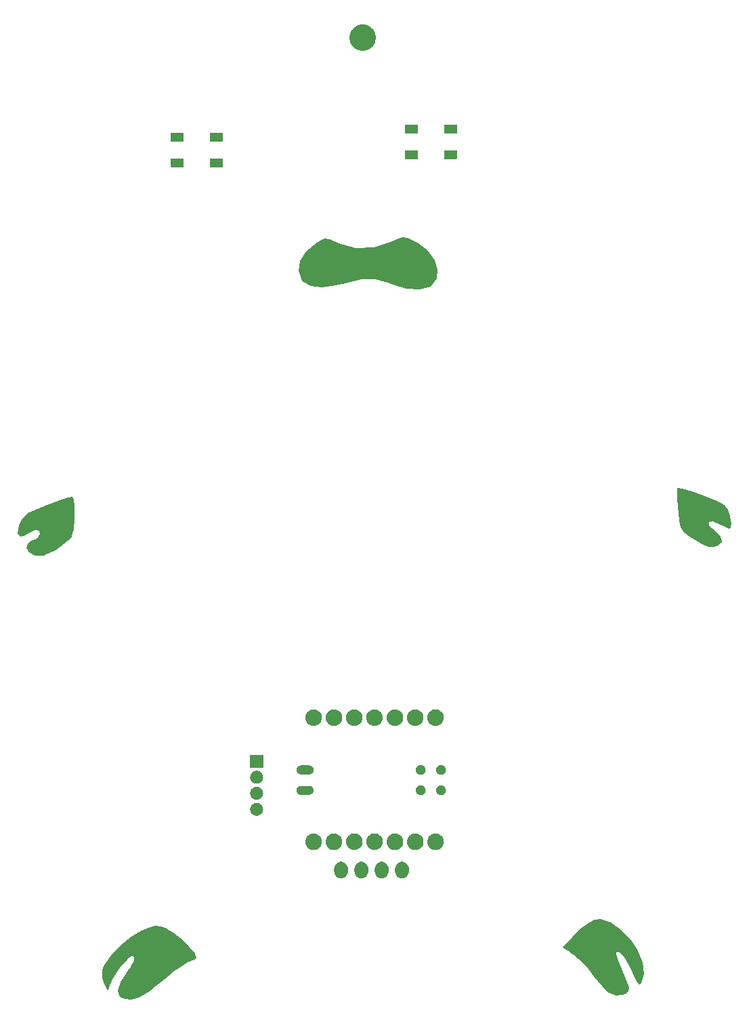
<source format=gbr>
G04 #@! TF.GenerationSoftware,KiCad,Pcbnew,8.0.5-8.0.5-0~ubuntu24.04.1*
G04 #@! TF.CreationDate,2024-09-20T13:35:50+09:00*
G04 #@! TF.ProjectId,gopher_xiao_grove,676f7068-6572-45f7-9869-616f5f67726f,rev?*
G04 #@! TF.SameCoordinates,Original*
G04 #@! TF.FileFunction,Soldermask,Top*
G04 #@! TF.FilePolarity,Negative*
%FSLAX46Y46*%
G04 Gerber Fmt 4.6, Leading zero omitted, Abs format (unit mm)*
G04 Created by KiCad (PCBNEW 8.0.5-8.0.5-0~ubuntu24.04.1) date 2024-09-20 13:35:50*
%MOMM*%
%LPD*%
G01*
G04 APERTURE LIST*
G04 APERTURE END LIST*
G36*
X92403130Y-170028218D02*
G01*
X92421630Y-170032479D01*
X93214128Y-170338246D01*
X93225810Y-170344114D01*
X94042728Y-170859401D01*
X94049823Y-170864549D01*
X95238035Y-171850513D01*
X95243101Y-171855172D01*
X95925677Y-172550388D01*
X95927780Y-172552629D01*
X96581636Y-173281931D01*
X96591712Y-173296744D01*
X96897435Y-173908190D01*
X96900577Y-173925654D01*
X96901000Y-173926500D01*
X96900537Y-173926920D01*
X96896040Y-173937765D01*
X96632040Y-174177766D01*
X96615011Y-174189047D01*
X95800913Y-174564785D01*
X95795997Y-174567323D01*
X95026947Y-175008582D01*
X95021454Y-175012127D01*
X94111228Y-175669513D01*
X94108888Y-175671288D01*
X93424323Y-176216405D01*
X92446787Y-177016206D01*
X92446125Y-177016741D01*
X91824344Y-177511627D01*
X91823777Y-177512075D01*
X91195759Y-178003567D01*
X91195750Y-178003712D01*
X90887839Y-178245642D01*
X90879772Y-178251087D01*
X90286789Y-178591736D01*
X89697560Y-178942766D01*
X89680095Y-178950067D01*
X88772389Y-179186320D01*
X88748655Y-179188127D01*
X87907161Y-179101503D01*
X87884593Y-179095046D01*
X87339150Y-178828385D01*
X87326049Y-178816415D01*
X87325200Y-178816000D01*
X87324999Y-178815456D01*
X87316967Y-178808117D01*
X87060020Y-178110691D01*
X87058825Y-178092983D01*
X87058500Y-178092100D01*
X87058717Y-178091388D01*
X87057773Y-178077384D01*
X87381307Y-177019674D01*
X87389433Y-177002390D01*
X88044952Y-176006505D01*
X88323370Y-175576223D01*
X88325466Y-175573169D01*
X88525809Y-175297697D01*
X88529005Y-175292843D01*
X88768664Y-174889207D01*
X89064060Y-174359957D01*
X89072091Y-174326565D01*
X89060147Y-174004082D01*
X89060100Y-174001523D01*
X89060100Y-173867407D01*
X88998964Y-173796916D01*
X88810907Y-173770051D01*
X88766505Y-173779888D01*
X88211096Y-174142110D01*
X88199554Y-174151799D01*
X87471874Y-174929663D01*
X87466216Y-174936659D01*
X86773168Y-175932127D01*
X86768745Y-175939519D01*
X86390081Y-176684226D01*
X86389639Y-176685080D01*
X86263646Y-176924467D01*
X86262206Y-176927385D01*
X86187662Y-177088896D01*
X86186074Y-177092652D01*
X86123648Y-177254964D01*
X86123049Y-177256467D01*
X86034532Y-177471438D01*
X86034246Y-177472126D01*
X85932790Y-177713084D01*
X85843995Y-177928730D01*
X85843915Y-177928923D01*
X85787326Y-178064736D01*
X85776162Y-178078529D01*
X85775800Y-178079400D01*
X85775634Y-178079082D01*
X85775323Y-178079003D01*
X85763330Y-178066309D01*
X85619083Y-177789836D01*
X85618878Y-177789439D01*
X85342013Y-177248293D01*
X85337623Y-177237503D01*
X85126208Y-176553512D01*
X85123220Y-176532872D01*
X85135665Y-175512315D01*
X85140093Y-175489165D01*
X85362139Y-174909379D01*
X85369345Y-174895591D01*
X86200725Y-173673714D01*
X86207284Y-173665525D01*
X87344184Y-172452831D01*
X87350537Y-172446878D01*
X88702496Y-171334987D01*
X88711257Y-171328879D01*
X90049678Y-170546029D01*
X90057487Y-170542119D01*
X90863347Y-170202147D01*
X90870437Y-170199611D01*
X91649640Y-169968967D01*
X91674297Y-169966453D01*
X92403130Y-170028218D01*
G37*
G36*
X147357391Y-169149481D02*
G01*
X148644737Y-169511938D01*
X148664980Y-169521524D01*
X149959405Y-170426365D01*
X149969482Y-170435004D01*
X151091338Y-171607280D01*
X151099364Y-171617476D01*
X151957065Y-172954481D01*
X151962045Y-172963771D01*
X152642319Y-174513283D01*
X152647411Y-174531525D01*
X152835077Y-175957784D01*
X152833051Y-175984955D01*
X152498667Y-177149106D01*
X152489160Y-177164091D01*
X152488900Y-177165000D01*
X152488401Y-177165288D01*
X152482609Y-177174420D01*
X152265659Y-177300023D01*
X152248416Y-177304227D01*
X152247600Y-177304700D01*
X152247262Y-177304301D01*
X152237995Y-177301107D01*
X151893683Y-176895310D01*
X151883902Y-176879977D01*
X150987062Y-174934720D01*
X150984419Y-174929618D01*
X150330026Y-173797014D01*
X150320061Y-173784031D01*
X149775359Y-173239330D01*
X149729417Y-173220300D01*
X149395199Y-173220300D01*
X149321519Y-173296396D01*
X149331241Y-173597812D01*
X149335115Y-173617606D01*
X149673599Y-174532769D01*
X149674771Y-174535708D01*
X150093182Y-175511998D01*
X150650597Y-176778850D01*
X150653190Y-176785744D01*
X150939426Y-177694233D01*
X150941073Y-177727894D01*
X150846493Y-178177145D01*
X150838094Y-178192774D01*
X150837900Y-178193700D01*
X150837358Y-178194144D01*
X150831135Y-178205727D01*
X150495493Y-178481432D01*
X150471167Y-178494125D01*
X150082563Y-178603420D01*
X150070909Y-178605614D01*
X149316890Y-178679780D01*
X149285167Y-178675143D01*
X148471990Y-178342480D01*
X148451044Y-178328879D01*
X147573518Y-177488961D01*
X147567534Y-177482429D01*
X146592264Y-176266508D01*
X145705488Y-175164372D01*
X145700984Y-175159354D01*
X144639285Y-174097656D01*
X144634383Y-174093245D01*
X144040310Y-173612932D01*
X143786327Y-173409744D01*
X143636060Y-173297044D01*
X143632156Y-173294342D01*
X142633466Y-172657677D01*
X142621795Y-172644307D01*
X142621000Y-172643800D01*
X142621530Y-172643269D01*
X142627369Y-172630360D01*
X143087299Y-172170430D01*
X143848711Y-171358256D01*
X143849865Y-171357053D01*
X144533932Y-170660318D01*
X144536585Y-170657761D01*
X144825405Y-170394055D01*
X144829945Y-170390261D01*
X145526218Y-169858562D01*
X145863792Y-169596004D01*
X145876145Y-169588378D01*
X146685177Y-169202533D01*
X146708766Y-169196216D01*
X147333991Y-169147179D01*
X147357391Y-169149481D01*
G37*
G36*
X115194232Y-161981944D02*
G01*
X115348359Y-162045785D01*
X115487069Y-162138468D01*
X115605032Y-162256431D01*
X115697715Y-162395141D01*
X115761556Y-162549268D01*
X115794102Y-162712887D01*
X115798200Y-162796300D01*
X115798200Y-163196300D01*
X115794102Y-163279713D01*
X115761556Y-163443332D01*
X115697715Y-163597459D01*
X115605032Y-163736169D01*
X115487069Y-163854132D01*
X115348359Y-163946815D01*
X115194232Y-164010656D01*
X115030613Y-164043202D01*
X114863787Y-164043202D01*
X114700168Y-164010656D01*
X114546041Y-163946815D01*
X114407331Y-163854132D01*
X114289368Y-163736169D01*
X114196685Y-163597459D01*
X114132844Y-163443332D01*
X114100298Y-163279713D01*
X114096200Y-163196300D01*
X114096200Y-162796300D01*
X114100298Y-162712887D01*
X114132844Y-162549268D01*
X114196685Y-162395141D01*
X114289368Y-162256431D01*
X114407331Y-162138468D01*
X114546041Y-162045785D01*
X114700168Y-161981944D01*
X114863787Y-161949398D01*
X115030613Y-161949398D01*
X115194232Y-161981944D01*
G37*
G36*
X117734232Y-161981944D02*
G01*
X117888359Y-162045785D01*
X118027069Y-162138468D01*
X118145032Y-162256431D01*
X118237715Y-162395141D01*
X118301556Y-162549268D01*
X118334102Y-162712887D01*
X118338200Y-162796300D01*
X118338200Y-163196300D01*
X118334102Y-163279713D01*
X118301556Y-163443332D01*
X118237715Y-163597459D01*
X118145032Y-163736169D01*
X118027069Y-163854132D01*
X117888359Y-163946815D01*
X117734232Y-164010656D01*
X117570613Y-164043202D01*
X117403787Y-164043202D01*
X117240168Y-164010656D01*
X117086041Y-163946815D01*
X116947331Y-163854132D01*
X116829368Y-163736169D01*
X116736685Y-163597459D01*
X116672844Y-163443332D01*
X116640298Y-163279713D01*
X116636200Y-163196300D01*
X116636200Y-162796300D01*
X116640298Y-162712887D01*
X116672844Y-162549268D01*
X116736685Y-162395141D01*
X116829368Y-162256431D01*
X116947331Y-162138468D01*
X117086041Y-162045785D01*
X117240168Y-161981944D01*
X117403787Y-161949398D01*
X117570613Y-161949398D01*
X117734232Y-161981944D01*
G37*
G36*
X120274232Y-161981944D02*
G01*
X120428359Y-162045785D01*
X120567069Y-162138468D01*
X120685032Y-162256431D01*
X120777715Y-162395141D01*
X120841556Y-162549268D01*
X120874102Y-162712887D01*
X120878200Y-162796300D01*
X120878200Y-163196300D01*
X120874102Y-163279713D01*
X120841556Y-163443332D01*
X120777715Y-163597459D01*
X120685032Y-163736169D01*
X120567069Y-163854132D01*
X120428359Y-163946815D01*
X120274232Y-164010656D01*
X120110613Y-164043202D01*
X119943787Y-164043202D01*
X119780168Y-164010656D01*
X119626041Y-163946815D01*
X119487331Y-163854132D01*
X119369368Y-163736169D01*
X119276685Y-163597459D01*
X119212844Y-163443332D01*
X119180298Y-163279713D01*
X119176200Y-163196300D01*
X119176200Y-162796300D01*
X119180298Y-162712887D01*
X119212844Y-162549268D01*
X119276685Y-162395141D01*
X119369368Y-162256431D01*
X119487331Y-162138468D01*
X119626041Y-162045785D01*
X119780168Y-161981944D01*
X119943787Y-161949398D01*
X120110613Y-161949398D01*
X120274232Y-161981944D01*
G37*
G36*
X122814232Y-161981944D02*
G01*
X122968359Y-162045785D01*
X123107069Y-162138468D01*
X123225032Y-162256431D01*
X123317715Y-162395141D01*
X123381556Y-162549268D01*
X123414102Y-162712887D01*
X123418200Y-162796300D01*
X123418200Y-163196300D01*
X123414102Y-163279713D01*
X123381556Y-163443332D01*
X123317715Y-163597459D01*
X123225032Y-163736169D01*
X123107069Y-163854132D01*
X122968359Y-163946815D01*
X122814232Y-164010656D01*
X122650613Y-164043202D01*
X122483787Y-164043202D01*
X122320168Y-164010656D01*
X122166041Y-163946815D01*
X122027331Y-163854132D01*
X121909368Y-163736169D01*
X121816685Y-163597459D01*
X121752844Y-163443332D01*
X121720298Y-163279713D01*
X121716200Y-163196300D01*
X121716200Y-162796300D01*
X121720298Y-162712887D01*
X121752844Y-162549268D01*
X121816685Y-162395141D01*
X121909368Y-162256431D01*
X122027331Y-162138468D01*
X122166041Y-162045785D01*
X122320168Y-161981944D01*
X122483787Y-161949398D01*
X122650613Y-161949398D01*
X122814232Y-161981944D01*
G37*
G36*
X111569023Y-158419676D02*
G01*
X111614537Y-158419676D01*
X111665223Y-158429150D01*
X111721667Y-158434710D01*
X111764546Y-158447717D01*
X111803350Y-158454971D01*
X111857097Y-158475792D01*
X111917027Y-158493972D01*
X111951264Y-158512272D01*
X111982451Y-158524354D01*
X112036640Y-158557907D01*
X112097071Y-158590208D01*
X112122462Y-158611046D01*
X112145759Y-158625471D01*
X112197376Y-158672526D01*
X112254881Y-158719719D01*
X112271921Y-158740482D01*
X112287709Y-158754875D01*
X112333542Y-158815568D01*
X112384392Y-158877529D01*
X112394225Y-158895926D01*
X112403461Y-158908156D01*
X112440200Y-158981939D01*
X112480628Y-159057573D01*
X112484940Y-159071787D01*
X112489077Y-159080096D01*
X112513517Y-159165994D01*
X112539890Y-159252933D01*
X112540756Y-159261728D01*
X112541641Y-159264838D01*
X112550840Y-159364113D01*
X112559900Y-159456100D01*
X112550839Y-159548094D01*
X112541641Y-159647361D01*
X112540756Y-159650469D01*
X112539890Y-159659267D01*
X112513512Y-159746220D01*
X112489077Y-159832103D01*
X112484940Y-159840409D01*
X112480628Y-159854627D01*
X112440193Y-159930274D01*
X112403461Y-160004043D01*
X112394227Y-160016270D01*
X112384392Y-160034671D01*
X112333532Y-160096643D01*
X112287709Y-160157324D01*
X112271924Y-160171713D01*
X112254881Y-160192481D01*
X112197365Y-160239682D01*
X112145759Y-160286728D01*
X112122467Y-160301149D01*
X112097071Y-160321992D01*
X112036628Y-160354299D01*
X111982451Y-160387845D01*
X111951271Y-160399923D01*
X111917027Y-160418228D01*
X111857085Y-160436411D01*
X111803350Y-160457228D01*
X111764553Y-160464480D01*
X111721667Y-160477490D01*
X111665220Y-160483049D01*
X111614537Y-160492524D01*
X111569023Y-160492524D01*
X111518500Y-160497500D01*
X111467977Y-160492524D01*
X111422463Y-160492524D01*
X111371779Y-160483049D01*
X111315333Y-160477490D01*
X111272447Y-160464480D01*
X111233649Y-160457228D01*
X111179910Y-160436409D01*
X111119973Y-160418228D01*
X111085730Y-160399925D01*
X111054548Y-160387845D01*
X111000363Y-160354295D01*
X110939929Y-160321992D01*
X110914535Y-160301151D01*
X110891240Y-160286728D01*
X110839624Y-160239674D01*
X110782119Y-160192481D01*
X110765078Y-160171717D01*
X110749290Y-160157324D01*
X110703454Y-160096628D01*
X110652608Y-160034671D01*
X110642774Y-160016274D01*
X110633538Y-160004043D01*
X110596791Y-159930247D01*
X110556372Y-159854627D01*
X110552060Y-159840414D01*
X110547922Y-159832103D01*
X110523471Y-159746167D01*
X110497110Y-159659267D01*
X110496244Y-159650475D01*
X110495358Y-159647361D01*
X110486143Y-159547922D01*
X110477100Y-159456100D01*
X110486142Y-159364285D01*
X110495358Y-159264838D01*
X110496244Y-159261723D01*
X110497110Y-159252933D01*
X110523466Y-159166047D01*
X110547922Y-159080096D01*
X110552061Y-159071782D01*
X110556372Y-159057573D01*
X110596784Y-158981966D01*
X110633538Y-158908156D01*
X110642776Y-158895921D01*
X110652608Y-158877529D01*
X110703445Y-158815583D01*
X110749290Y-158754875D01*
X110765081Y-158740478D01*
X110782119Y-158719719D01*
X110839613Y-158672534D01*
X110891240Y-158625471D01*
X110914540Y-158611043D01*
X110939929Y-158590208D01*
X111000351Y-158557911D01*
X111054548Y-158524354D01*
X111085737Y-158512271D01*
X111119973Y-158493972D01*
X111179898Y-158475793D01*
X111233649Y-158454971D01*
X111272454Y-158447717D01*
X111315333Y-158434710D01*
X111371776Y-158429150D01*
X111422463Y-158419676D01*
X111467977Y-158419676D01*
X111518500Y-158414700D01*
X111569023Y-158419676D01*
G37*
G36*
X114109023Y-158419676D02*
G01*
X114154537Y-158419676D01*
X114205223Y-158429150D01*
X114261667Y-158434710D01*
X114304546Y-158447717D01*
X114343350Y-158454971D01*
X114397097Y-158475792D01*
X114457027Y-158493972D01*
X114491264Y-158512272D01*
X114522451Y-158524354D01*
X114576640Y-158557907D01*
X114637071Y-158590208D01*
X114662462Y-158611046D01*
X114685759Y-158625471D01*
X114737376Y-158672526D01*
X114794881Y-158719719D01*
X114811921Y-158740482D01*
X114827709Y-158754875D01*
X114873542Y-158815568D01*
X114924392Y-158877529D01*
X114934225Y-158895926D01*
X114943461Y-158908156D01*
X114980200Y-158981939D01*
X115020628Y-159057573D01*
X115024940Y-159071787D01*
X115029077Y-159080096D01*
X115053517Y-159165994D01*
X115079890Y-159252933D01*
X115080756Y-159261728D01*
X115081641Y-159264838D01*
X115090840Y-159364113D01*
X115099900Y-159456100D01*
X115090839Y-159548094D01*
X115081641Y-159647361D01*
X115080756Y-159650469D01*
X115079890Y-159659267D01*
X115053512Y-159746220D01*
X115029077Y-159832103D01*
X115024940Y-159840409D01*
X115020628Y-159854627D01*
X114980193Y-159930274D01*
X114943461Y-160004043D01*
X114934227Y-160016270D01*
X114924392Y-160034671D01*
X114873532Y-160096643D01*
X114827709Y-160157324D01*
X114811924Y-160171713D01*
X114794881Y-160192481D01*
X114737365Y-160239682D01*
X114685759Y-160286728D01*
X114662467Y-160301149D01*
X114637071Y-160321992D01*
X114576628Y-160354299D01*
X114522451Y-160387845D01*
X114491271Y-160399923D01*
X114457027Y-160418228D01*
X114397085Y-160436411D01*
X114343350Y-160457228D01*
X114304553Y-160464480D01*
X114261667Y-160477490D01*
X114205220Y-160483049D01*
X114154537Y-160492524D01*
X114109023Y-160492524D01*
X114058500Y-160497500D01*
X114007977Y-160492524D01*
X113962463Y-160492524D01*
X113911779Y-160483049D01*
X113855333Y-160477490D01*
X113812447Y-160464480D01*
X113773649Y-160457228D01*
X113719910Y-160436409D01*
X113659973Y-160418228D01*
X113625730Y-160399925D01*
X113594548Y-160387845D01*
X113540363Y-160354295D01*
X113479929Y-160321992D01*
X113454535Y-160301151D01*
X113431240Y-160286728D01*
X113379624Y-160239674D01*
X113322119Y-160192481D01*
X113305078Y-160171717D01*
X113289290Y-160157324D01*
X113243454Y-160096628D01*
X113192608Y-160034671D01*
X113182774Y-160016274D01*
X113173538Y-160004043D01*
X113136791Y-159930247D01*
X113096372Y-159854627D01*
X113092060Y-159840414D01*
X113087922Y-159832103D01*
X113063471Y-159746167D01*
X113037110Y-159659267D01*
X113036244Y-159650475D01*
X113035358Y-159647361D01*
X113026143Y-159547922D01*
X113017100Y-159456100D01*
X113026142Y-159364285D01*
X113035358Y-159264838D01*
X113036244Y-159261723D01*
X113037110Y-159252933D01*
X113063466Y-159166047D01*
X113087922Y-159080096D01*
X113092061Y-159071782D01*
X113096372Y-159057573D01*
X113136784Y-158981966D01*
X113173538Y-158908156D01*
X113182776Y-158895921D01*
X113192608Y-158877529D01*
X113243445Y-158815583D01*
X113289290Y-158754875D01*
X113305081Y-158740478D01*
X113322119Y-158719719D01*
X113379613Y-158672534D01*
X113431240Y-158625471D01*
X113454540Y-158611043D01*
X113479929Y-158590208D01*
X113540351Y-158557911D01*
X113594548Y-158524354D01*
X113625737Y-158512271D01*
X113659973Y-158493972D01*
X113719898Y-158475793D01*
X113773649Y-158454971D01*
X113812454Y-158447717D01*
X113855333Y-158434710D01*
X113911776Y-158429150D01*
X113962463Y-158419676D01*
X114007977Y-158419676D01*
X114058500Y-158414700D01*
X114109023Y-158419676D01*
G37*
G36*
X121739023Y-158419676D02*
G01*
X121784537Y-158419676D01*
X121835223Y-158429150D01*
X121891667Y-158434710D01*
X121934546Y-158447717D01*
X121973350Y-158454971D01*
X122027097Y-158475792D01*
X122087027Y-158493972D01*
X122121264Y-158512272D01*
X122152451Y-158524354D01*
X122206640Y-158557907D01*
X122267071Y-158590208D01*
X122292462Y-158611046D01*
X122315759Y-158625471D01*
X122367376Y-158672526D01*
X122424881Y-158719719D01*
X122441921Y-158740482D01*
X122457709Y-158754875D01*
X122503542Y-158815568D01*
X122554392Y-158877529D01*
X122564225Y-158895926D01*
X122573461Y-158908156D01*
X122610200Y-158981939D01*
X122650628Y-159057573D01*
X122654940Y-159071787D01*
X122659077Y-159080096D01*
X122683517Y-159165994D01*
X122709890Y-159252933D01*
X122710756Y-159261728D01*
X122711641Y-159264838D01*
X122720840Y-159364113D01*
X122729900Y-159456100D01*
X122720839Y-159548094D01*
X122711641Y-159647361D01*
X122710756Y-159650469D01*
X122709890Y-159659267D01*
X122683512Y-159746220D01*
X122659077Y-159832103D01*
X122654940Y-159840409D01*
X122650628Y-159854627D01*
X122610193Y-159930274D01*
X122573461Y-160004043D01*
X122564227Y-160016270D01*
X122554392Y-160034671D01*
X122503532Y-160096643D01*
X122457709Y-160157324D01*
X122441924Y-160171713D01*
X122424881Y-160192481D01*
X122367365Y-160239682D01*
X122315759Y-160286728D01*
X122292467Y-160301149D01*
X122267071Y-160321992D01*
X122206628Y-160354299D01*
X122152451Y-160387845D01*
X122121271Y-160399923D01*
X122087027Y-160418228D01*
X122027085Y-160436411D01*
X121973350Y-160457228D01*
X121934553Y-160464480D01*
X121891667Y-160477490D01*
X121835220Y-160483049D01*
X121784537Y-160492524D01*
X121739023Y-160492524D01*
X121688500Y-160497500D01*
X121637977Y-160492524D01*
X121592463Y-160492524D01*
X121541779Y-160483049D01*
X121485333Y-160477490D01*
X121442447Y-160464480D01*
X121403649Y-160457228D01*
X121349910Y-160436409D01*
X121289973Y-160418228D01*
X121255730Y-160399925D01*
X121224548Y-160387845D01*
X121170363Y-160354295D01*
X121109929Y-160321992D01*
X121084535Y-160301151D01*
X121061240Y-160286728D01*
X121009624Y-160239674D01*
X120952119Y-160192481D01*
X120935078Y-160171717D01*
X120919290Y-160157324D01*
X120873454Y-160096628D01*
X120822608Y-160034671D01*
X120812774Y-160016274D01*
X120803538Y-160004043D01*
X120766791Y-159930247D01*
X120726372Y-159854627D01*
X120722060Y-159840414D01*
X120717922Y-159832103D01*
X120693471Y-159746167D01*
X120667110Y-159659267D01*
X120666244Y-159650475D01*
X120665358Y-159647361D01*
X120656143Y-159547922D01*
X120647100Y-159456100D01*
X120656142Y-159364285D01*
X120665358Y-159264838D01*
X120666244Y-159261723D01*
X120667110Y-159252933D01*
X120693466Y-159166047D01*
X120717922Y-159080096D01*
X120722061Y-159071782D01*
X120726372Y-159057573D01*
X120766784Y-158981966D01*
X120803538Y-158908156D01*
X120812776Y-158895921D01*
X120822608Y-158877529D01*
X120873445Y-158815583D01*
X120919290Y-158754875D01*
X120935081Y-158740478D01*
X120952119Y-158719719D01*
X121009613Y-158672534D01*
X121061240Y-158625471D01*
X121084540Y-158611043D01*
X121109929Y-158590208D01*
X121170351Y-158557911D01*
X121224548Y-158524354D01*
X121255737Y-158512271D01*
X121289973Y-158493972D01*
X121349898Y-158475793D01*
X121403649Y-158454971D01*
X121442454Y-158447717D01*
X121485333Y-158434710D01*
X121541776Y-158429150D01*
X121592463Y-158419676D01*
X121637977Y-158419676D01*
X121688500Y-158414700D01*
X121739023Y-158419676D01*
G37*
G36*
X124279023Y-158419676D02*
G01*
X124324537Y-158419676D01*
X124375223Y-158429150D01*
X124431667Y-158434710D01*
X124474546Y-158447717D01*
X124513350Y-158454971D01*
X124567097Y-158475792D01*
X124627027Y-158493972D01*
X124661264Y-158512272D01*
X124692451Y-158524354D01*
X124746640Y-158557907D01*
X124807071Y-158590208D01*
X124832462Y-158611046D01*
X124855759Y-158625471D01*
X124907376Y-158672526D01*
X124964881Y-158719719D01*
X124981921Y-158740482D01*
X124997709Y-158754875D01*
X125043542Y-158815568D01*
X125094392Y-158877529D01*
X125104225Y-158895926D01*
X125113461Y-158908156D01*
X125150200Y-158981939D01*
X125190628Y-159057573D01*
X125194940Y-159071787D01*
X125199077Y-159080096D01*
X125223517Y-159165994D01*
X125249890Y-159252933D01*
X125250756Y-159261728D01*
X125251641Y-159264838D01*
X125260840Y-159364113D01*
X125269900Y-159456100D01*
X125260839Y-159548094D01*
X125251641Y-159647361D01*
X125250756Y-159650469D01*
X125249890Y-159659267D01*
X125223512Y-159746220D01*
X125199077Y-159832103D01*
X125194940Y-159840409D01*
X125190628Y-159854627D01*
X125150193Y-159930274D01*
X125113461Y-160004043D01*
X125104227Y-160016270D01*
X125094392Y-160034671D01*
X125043532Y-160096643D01*
X124997709Y-160157324D01*
X124981924Y-160171713D01*
X124964881Y-160192481D01*
X124907365Y-160239682D01*
X124855759Y-160286728D01*
X124832467Y-160301149D01*
X124807071Y-160321992D01*
X124746628Y-160354299D01*
X124692451Y-160387845D01*
X124661271Y-160399923D01*
X124627027Y-160418228D01*
X124567085Y-160436411D01*
X124513350Y-160457228D01*
X124474553Y-160464480D01*
X124431667Y-160477490D01*
X124375220Y-160483049D01*
X124324537Y-160492524D01*
X124279023Y-160492524D01*
X124228500Y-160497500D01*
X124177977Y-160492524D01*
X124132463Y-160492524D01*
X124081779Y-160483049D01*
X124025333Y-160477490D01*
X123982447Y-160464480D01*
X123943649Y-160457228D01*
X123889910Y-160436409D01*
X123829973Y-160418228D01*
X123795730Y-160399925D01*
X123764548Y-160387845D01*
X123710363Y-160354295D01*
X123649929Y-160321992D01*
X123624535Y-160301151D01*
X123601240Y-160286728D01*
X123549624Y-160239674D01*
X123492119Y-160192481D01*
X123475078Y-160171717D01*
X123459290Y-160157324D01*
X123413454Y-160096628D01*
X123362608Y-160034671D01*
X123352774Y-160016274D01*
X123343538Y-160004043D01*
X123306791Y-159930247D01*
X123266372Y-159854627D01*
X123262060Y-159840414D01*
X123257922Y-159832103D01*
X123233471Y-159746167D01*
X123207110Y-159659267D01*
X123206244Y-159650475D01*
X123205358Y-159647361D01*
X123196143Y-159547922D01*
X123187100Y-159456100D01*
X123196142Y-159364285D01*
X123205358Y-159264838D01*
X123206244Y-159261723D01*
X123207110Y-159252933D01*
X123233466Y-159166047D01*
X123257922Y-159080096D01*
X123262061Y-159071782D01*
X123266372Y-159057573D01*
X123306784Y-158981966D01*
X123343538Y-158908156D01*
X123352776Y-158895921D01*
X123362608Y-158877529D01*
X123413445Y-158815583D01*
X123459290Y-158754875D01*
X123475081Y-158740478D01*
X123492119Y-158719719D01*
X123549613Y-158672534D01*
X123601240Y-158625471D01*
X123624540Y-158611043D01*
X123649929Y-158590208D01*
X123710351Y-158557911D01*
X123764548Y-158524354D01*
X123795737Y-158512271D01*
X123829973Y-158493972D01*
X123889898Y-158475793D01*
X123943649Y-158454971D01*
X123982454Y-158447717D01*
X124025333Y-158434710D01*
X124081776Y-158429150D01*
X124132463Y-158419676D01*
X124177977Y-158419676D01*
X124228500Y-158414700D01*
X124279023Y-158419676D01*
G37*
G36*
X126809023Y-158419676D02*
G01*
X126854537Y-158419676D01*
X126905223Y-158429150D01*
X126961667Y-158434710D01*
X127004546Y-158447717D01*
X127043350Y-158454971D01*
X127097097Y-158475792D01*
X127157027Y-158493972D01*
X127191264Y-158512272D01*
X127222451Y-158524354D01*
X127276640Y-158557907D01*
X127337071Y-158590208D01*
X127362462Y-158611046D01*
X127385759Y-158625471D01*
X127437376Y-158672526D01*
X127494881Y-158719719D01*
X127511921Y-158740482D01*
X127527709Y-158754875D01*
X127573542Y-158815568D01*
X127624392Y-158877529D01*
X127634225Y-158895926D01*
X127643461Y-158908156D01*
X127680200Y-158981939D01*
X127720628Y-159057573D01*
X127724940Y-159071787D01*
X127729077Y-159080096D01*
X127753517Y-159165994D01*
X127779890Y-159252933D01*
X127780756Y-159261728D01*
X127781641Y-159264838D01*
X127790840Y-159364113D01*
X127799900Y-159456100D01*
X127790839Y-159548094D01*
X127781641Y-159647361D01*
X127780756Y-159650469D01*
X127779890Y-159659267D01*
X127753512Y-159746220D01*
X127729077Y-159832103D01*
X127724940Y-159840409D01*
X127720628Y-159854627D01*
X127680193Y-159930274D01*
X127643461Y-160004043D01*
X127634227Y-160016270D01*
X127624392Y-160034671D01*
X127573532Y-160096643D01*
X127527709Y-160157324D01*
X127511924Y-160171713D01*
X127494881Y-160192481D01*
X127437365Y-160239682D01*
X127385759Y-160286728D01*
X127362467Y-160301149D01*
X127337071Y-160321992D01*
X127276628Y-160354299D01*
X127222451Y-160387845D01*
X127191271Y-160399923D01*
X127157027Y-160418228D01*
X127097085Y-160436411D01*
X127043350Y-160457228D01*
X127004553Y-160464480D01*
X126961667Y-160477490D01*
X126905220Y-160483049D01*
X126854537Y-160492524D01*
X126809023Y-160492524D01*
X126758500Y-160497500D01*
X126707977Y-160492524D01*
X126662463Y-160492524D01*
X126611779Y-160483049D01*
X126555333Y-160477490D01*
X126512447Y-160464480D01*
X126473649Y-160457228D01*
X126419910Y-160436409D01*
X126359973Y-160418228D01*
X126325730Y-160399925D01*
X126294548Y-160387845D01*
X126240363Y-160354295D01*
X126179929Y-160321992D01*
X126154535Y-160301151D01*
X126131240Y-160286728D01*
X126079624Y-160239674D01*
X126022119Y-160192481D01*
X126005078Y-160171717D01*
X125989290Y-160157324D01*
X125943454Y-160096628D01*
X125892608Y-160034671D01*
X125882774Y-160016274D01*
X125873538Y-160004043D01*
X125836791Y-159930247D01*
X125796372Y-159854627D01*
X125792060Y-159840414D01*
X125787922Y-159832103D01*
X125763471Y-159746167D01*
X125737110Y-159659267D01*
X125736244Y-159650475D01*
X125735358Y-159647361D01*
X125726143Y-159547922D01*
X125717100Y-159456100D01*
X125726142Y-159364285D01*
X125735358Y-159264838D01*
X125736244Y-159261723D01*
X125737110Y-159252933D01*
X125763466Y-159166047D01*
X125787922Y-159080096D01*
X125792061Y-159071782D01*
X125796372Y-159057573D01*
X125836784Y-158981966D01*
X125873538Y-158908156D01*
X125882776Y-158895921D01*
X125892608Y-158877529D01*
X125943445Y-158815583D01*
X125989290Y-158754875D01*
X126005081Y-158740478D01*
X126022119Y-158719719D01*
X126079613Y-158672534D01*
X126131240Y-158625471D01*
X126154540Y-158611043D01*
X126179929Y-158590208D01*
X126240351Y-158557911D01*
X126294548Y-158524354D01*
X126325737Y-158512271D01*
X126359973Y-158493972D01*
X126419898Y-158475793D01*
X126473649Y-158454971D01*
X126512454Y-158447717D01*
X126555333Y-158434710D01*
X126611776Y-158429150D01*
X126662463Y-158419676D01*
X126707977Y-158419676D01*
X126758500Y-158414700D01*
X126809023Y-158419676D01*
G37*
G36*
X116659023Y-158409676D02*
G01*
X116704537Y-158409676D01*
X116755223Y-158419150D01*
X116811667Y-158424710D01*
X116854546Y-158437717D01*
X116893350Y-158444971D01*
X116947097Y-158465792D01*
X117007027Y-158483972D01*
X117041264Y-158502272D01*
X117072451Y-158514354D01*
X117126640Y-158547907D01*
X117187071Y-158580208D01*
X117212462Y-158601046D01*
X117235759Y-158615471D01*
X117287376Y-158662526D01*
X117344881Y-158709719D01*
X117361921Y-158730482D01*
X117377709Y-158744875D01*
X117423542Y-158805568D01*
X117474392Y-158867529D01*
X117484225Y-158885926D01*
X117493461Y-158898156D01*
X117530200Y-158971939D01*
X117570628Y-159047573D01*
X117574940Y-159061787D01*
X117579077Y-159070096D01*
X117603517Y-159155994D01*
X117629890Y-159242933D01*
X117630756Y-159251728D01*
X117631641Y-159254838D01*
X117640840Y-159354113D01*
X117649900Y-159446100D01*
X117640839Y-159538094D01*
X117631641Y-159637361D01*
X117630756Y-159640469D01*
X117629890Y-159649267D01*
X117603512Y-159736220D01*
X117579077Y-159822103D01*
X117574940Y-159830409D01*
X117570628Y-159844627D01*
X117530193Y-159920274D01*
X117493461Y-159994043D01*
X117484227Y-160006270D01*
X117474392Y-160024671D01*
X117423532Y-160086643D01*
X117377709Y-160147324D01*
X117361924Y-160161713D01*
X117344881Y-160182481D01*
X117287365Y-160229682D01*
X117235759Y-160276728D01*
X117212467Y-160291149D01*
X117187071Y-160311992D01*
X117126628Y-160344299D01*
X117072451Y-160377845D01*
X117041271Y-160389923D01*
X117007027Y-160408228D01*
X116947085Y-160426411D01*
X116893350Y-160447228D01*
X116854553Y-160454480D01*
X116811667Y-160467490D01*
X116755220Y-160473049D01*
X116704537Y-160482524D01*
X116659023Y-160482524D01*
X116608500Y-160487500D01*
X116557977Y-160482524D01*
X116512463Y-160482524D01*
X116461779Y-160473049D01*
X116405333Y-160467490D01*
X116362447Y-160454480D01*
X116323649Y-160447228D01*
X116269910Y-160426409D01*
X116209973Y-160408228D01*
X116175730Y-160389925D01*
X116144548Y-160377845D01*
X116090363Y-160344295D01*
X116029929Y-160311992D01*
X116004535Y-160291151D01*
X115981240Y-160276728D01*
X115929624Y-160229674D01*
X115872119Y-160182481D01*
X115855078Y-160161717D01*
X115839290Y-160147324D01*
X115793454Y-160086628D01*
X115742608Y-160024671D01*
X115732774Y-160006274D01*
X115723538Y-159994043D01*
X115686791Y-159920247D01*
X115646372Y-159844627D01*
X115642060Y-159830414D01*
X115637922Y-159822103D01*
X115613471Y-159736167D01*
X115587110Y-159649267D01*
X115586244Y-159640475D01*
X115585358Y-159637361D01*
X115576143Y-159537922D01*
X115567100Y-159446100D01*
X115576142Y-159354285D01*
X115585358Y-159254838D01*
X115586244Y-159251723D01*
X115587110Y-159242933D01*
X115613466Y-159156047D01*
X115637922Y-159070096D01*
X115642061Y-159061782D01*
X115646372Y-159047573D01*
X115686784Y-158971966D01*
X115723538Y-158898156D01*
X115732776Y-158885921D01*
X115742608Y-158867529D01*
X115793445Y-158805583D01*
X115839290Y-158744875D01*
X115855081Y-158730478D01*
X115872119Y-158709719D01*
X115929613Y-158662534D01*
X115981240Y-158615471D01*
X116004540Y-158601043D01*
X116029929Y-158580208D01*
X116090351Y-158547911D01*
X116144548Y-158514354D01*
X116175737Y-158502271D01*
X116209973Y-158483972D01*
X116269898Y-158465793D01*
X116323649Y-158444971D01*
X116362454Y-158437717D01*
X116405333Y-158424710D01*
X116461776Y-158419150D01*
X116512463Y-158409676D01*
X116557977Y-158409676D01*
X116608500Y-158404700D01*
X116659023Y-158409676D01*
G37*
G36*
X119189023Y-158409676D02*
G01*
X119234537Y-158409676D01*
X119285223Y-158419150D01*
X119341667Y-158424710D01*
X119384546Y-158437717D01*
X119423350Y-158444971D01*
X119477097Y-158465792D01*
X119537027Y-158483972D01*
X119571264Y-158502272D01*
X119602451Y-158514354D01*
X119656640Y-158547907D01*
X119717071Y-158580208D01*
X119742462Y-158601046D01*
X119765759Y-158615471D01*
X119817376Y-158662526D01*
X119874881Y-158709719D01*
X119891921Y-158730482D01*
X119907709Y-158744875D01*
X119953542Y-158805568D01*
X120004392Y-158867529D01*
X120014225Y-158885926D01*
X120023461Y-158898156D01*
X120060200Y-158971939D01*
X120100628Y-159047573D01*
X120104940Y-159061787D01*
X120109077Y-159070096D01*
X120133517Y-159155994D01*
X120159890Y-159242933D01*
X120160756Y-159251728D01*
X120161641Y-159254838D01*
X120170840Y-159354113D01*
X120179900Y-159446100D01*
X120170839Y-159538094D01*
X120161641Y-159637361D01*
X120160756Y-159640469D01*
X120159890Y-159649267D01*
X120133512Y-159736220D01*
X120109077Y-159822103D01*
X120104940Y-159830409D01*
X120100628Y-159844627D01*
X120060193Y-159920274D01*
X120023461Y-159994043D01*
X120014227Y-160006270D01*
X120004392Y-160024671D01*
X119953532Y-160086643D01*
X119907709Y-160147324D01*
X119891924Y-160161713D01*
X119874881Y-160182481D01*
X119817365Y-160229682D01*
X119765759Y-160276728D01*
X119742467Y-160291149D01*
X119717071Y-160311992D01*
X119656628Y-160344299D01*
X119602451Y-160377845D01*
X119571271Y-160389923D01*
X119537027Y-160408228D01*
X119477085Y-160426411D01*
X119423350Y-160447228D01*
X119384553Y-160454480D01*
X119341667Y-160467490D01*
X119285220Y-160473049D01*
X119234537Y-160482524D01*
X119189023Y-160482524D01*
X119138500Y-160487500D01*
X119087977Y-160482524D01*
X119042463Y-160482524D01*
X118991779Y-160473049D01*
X118935333Y-160467490D01*
X118892447Y-160454480D01*
X118853649Y-160447228D01*
X118799910Y-160426409D01*
X118739973Y-160408228D01*
X118705730Y-160389925D01*
X118674548Y-160377845D01*
X118620363Y-160344295D01*
X118559929Y-160311992D01*
X118534535Y-160291151D01*
X118511240Y-160276728D01*
X118459624Y-160229674D01*
X118402119Y-160182481D01*
X118385078Y-160161717D01*
X118369290Y-160147324D01*
X118323454Y-160086628D01*
X118272608Y-160024671D01*
X118262774Y-160006274D01*
X118253538Y-159994043D01*
X118216791Y-159920247D01*
X118176372Y-159844627D01*
X118172060Y-159830414D01*
X118167922Y-159822103D01*
X118143471Y-159736167D01*
X118117110Y-159649267D01*
X118116244Y-159640475D01*
X118115358Y-159637361D01*
X118106143Y-159537922D01*
X118097100Y-159446100D01*
X118106142Y-159354285D01*
X118115358Y-159254838D01*
X118116244Y-159251723D01*
X118117110Y-159242933D01*
X118143466Y-159156047D01*
X118167922Y-159070096D01*
X118172061Y-159061782D01*
X118176372Y-159047573D01*
X118216784Y-158971966D01*
X118253538Y-158898156D01*
X118262776Y-158885921D01*
X118272608Y-158867529D01*
X118323445Y-158805583D01*
X118369290Y-158744875D01*
X118385081Y-158730478D01*
X118402119Y-158709719D01*
X118459613Y-158662534D01*
X118511240Y-158615471D01*
X118534540Y-158601043D01*
X118559929Y-158580208D01*
X118620351Y-158547911D01*
X118674548Y-158514354D01*
X118705737Y-158502271D01*
X118739973Y-158483972D01*
X118799898Y-158465793D01*
X118853649Y-158444971D01*
X118892454Y-158437717D01*
X118935333Y-158424710D01*
X118991776Y-158419150D01*
X119042463Y-158409676D01*
X119087977Y-158409676D01*
X119138500Y-158404700D01*
X119189023Y-158409676D01*
G37*
G36*
X104445600Y-154592138D02*
G01*
X104484912Y-154592138D01*
X104529258Y-154601564D01*
X104580910Y-154607384D01*
X104618470Y-154620527D01*
X104651017Y-154627445D01*
X104697917Y-154648326D01*
X104752747Y-154667512D01*
X104781287Y-154685445D01*
X104806155Y-154696517D01*
X104852523Y-154730205D01*
X104906897Y-154764371D01*
X104926423Y-154783897D01*
X104943542Y-154796335D01*
X104985860Y-154843334D01*
X105035629Y-154893103D01*
X105047076Y-154911322D01*
X105057173Y-154922535D01*
X105091716Y-154982365D01*
X105132488Y-155047253D01*
X105137577Y-155061799D01*
X105142084Y-155069604D01*
X105165157Y-155140618D01*
X105192616Y-155219090D01*
X105193657Y-155228331D01*
X105194560Y-155231110D01*
X105202745Y-155308993D01*
X105213000Y-155400000D01*
X105202745Y-155491013D01*
X105194560Y-155568889D01*
X105193657Y-155571666D01*
X105192616Y-155580910D01*
X105165153Y-155659394D01*
X105142084Y-155730395D01*
X105137578Y-155738198D01*
X105132488Y-155752747D01*
X105091709Y-155817645D01*
X105057173Y-155877464D01*
X105047078Y-155888674D01*
X105035629Y-155906897D01*
X104985851Y-155956674D01*
X104943542Y-156003664D01*
X104926427Y-156016098D01*
X104906897Y-156035629D01*
X104852512Y-156069800D01*
X104806155Y-156103482D01*
X104781293Y-156114551D01*
X104752747Y-156132488D01*
X104697906Y-156151677D01*
X104651017Y-156172554D01*
X104618476Y-156179470D01*
X104580910Y-156192616D01*
X104529255Y-156198436D01*
X104484912Y-156207862D01*
X104445600Y-156207862D01*
X104400000Y-156213000D01*
X104354400Y-156207862D01*
X104315088Y-156207862D01*
X104270744Y-156198436D01*
X104219090Y-156192616D01*
X104181524Y-156179471D01*
X104148982Y-156172554D01*
X104102088Y-156151675D01*
X104047253Y-156132488D01*
X104018709Y-156114552D01*
X103993844Y-156103482D01*
X103947479Y-156069796D01*
X103893103Y-156035629D01*
X103873575Y-156016101D01*
X103856457Y-156003664D01*
X103814138Y-155956664D01*
X103764371Y-155906897D01*
X103752923Y-155888678D01*
X103742826Y-155877464D01*
X103708278Y-155817626D01*
X103667512Y-155752747D01*
X103662422Y-155738202D01*
X103657915Y-155730395D01*
X103634832Y-155659354D01*
X103607384Y-155580910D01*
X103606343Y-155571671D01*
X103605439Y-155568889D01*
X103597240Y-155490881D01*
X103587000Y-155400000D01*
X103597239Y-155309125D01*
X103605439Y-155231110D01*
X103606343Y-155228327D01*
X103607384Y-155219090D01*
X103634828Y-155140658D01*
X103657915Y-155069604D01*
X103662423Y-155061794D01*
X103667512Y-155047253D01*
X103708271Y-154982385D01*
X103742826Y-154922535D01*
X103752925Y-154911318D01*
X103764371Y-154893103D01*
X103814130Y-154843343D01*
X103856459Y-154796333D01*
X103873580Y-154783893D01*
X103893103Y-154764371D01*
X103947464Y-154730213D01*
X103993842Y-154696518D01*
X104018713Y-154685444D01*
X104047253Y-154667512D01*
X104102081Y-154648326D01*
X104148983Y-154627445D01*
X104181529Y-154620527D01*
X104219090Y-154607384D01*
X104270741Y-154601564D01*
X104315088Y-154592138D01*
X104354400Y-154592138D01*
X104400000Y-154587000D01*
X104445600Y-154592138D01*
G37*
G36*
X104445600Y-152592138D02*
G01*
X104484912Y-152592138D01*
X104529258Y-152601564D01*
X104580910Y-152607384D01*
X104618470Y-152620527D01*
X104651017Y-152627445D01*
X104697917Y-152648326D01*
X104752747Y-152667512D01*
X104781287Y-152685445D01*
X104806155Y-152696517D01*
X104852523Y-152730205D01*
X104906897Y-152764371D01*
X104926423Y-152783897D01*
X104943542Y-152796335D01*
X104985860Y-152843334D01*
X105035629Y-152893103D01*
X105047076Y-152911322D01*
X105057173Y-152922535D01*
X105091716Y-152982365D01*
X105132488Y-153047253D01*
X105137577Y-153061799D01*
X105142084Y-153069604D01*
X105165157Y-153140618D01*
X105192616Y-153219090D01*
X105193657Y-153228331D01*
X105194560Y-153231110D01*
X105202745Y-153308993D01*
X105213000Y-153400000D01*
X105202745Y-153491013D01*
X105194560Y-153568889D01*
X105193657Y-153571666D01*
X105192616Y-153580910D01*
X105165153Y-153659394D01*
X105142084Y-153730395D01*
X105137578Y-153738198D01*
X105132488Y-153752747D01*
X105091709Y-153817645D01*
X105057173Y-153877464D01*
X105047078Y-153888674D01*
X105035629Y-153906897D01*
X104985851Y-153956674D01*
X104943542Y-154003664D01*
X104926427Y-154016098D01*
X104906897Y-154035629D01*
X104852512Y-154069800D01*
X104806155Y-154103482D01*
X104781293Y-154114551D01*
X104752747Y-154132488D01*
X104697906Y-154151677D01*
X104651017Y-154172554D01*
X104618476Y-154179470D01*
X104580910Y-154192616D01*
X104529255Y-154198436D01*
X104484912Y-154207862D01*
X104445600Y-154207862D01*
X104400000Y-154213000D01*
X104354400Y-154207862D01*
X104315088Y-154207862D01*
X104270744Y-154198436D01*
X104219090Y-154192616D01*
X104181524Y-154179471D01*
X104148982Y-154172554D01*
X104102088Y-154151675D01*
X104047253Y-154132488D01*
X104018709Y-154114552D01*
X103993844Y-154103482D01*
X103947479Y-154069796D01*
X103893103Y-154035629D01*
X103873575Y-154016101D01*
X103856457Y-154003664D01*
X103814138Y-153956664D01*
X103764371Y-153906897D01*
X103752923Y-153888678D01*
X103742826Y-153877464D01*
X103708278Y-153817626D01*
X103667512Y-153752747D01*
X103662422Y-153738202D01*
X103657915Y-153730395D01*
X103634832Y-153659354D01*
X103607384Y-153580910D01*
X103606343Y-153571671D01*
X103605439Y-153568889D01*
X103597240Y-153490881D01*
X103587000Y-153400000D01*
X103597239Y-153309125D01*
X103605439Y-153231110D01*
X103606343Y-153228327D01*
X103607384Y-153219090D01*
X103634828Y-153140658D01*
X103657915Y-153069604D01*
X103662423Y-153061794D01*
X103667512Y-153047253D01*
X103708271Y-152982385D01*
X103742826Y-152922535D01*
X103752925Y-152911318D01*
X103764371Y-152893103D01*
X103814130Y-152843343D01*
X103856459Y-152796333D01*
X103873580Y-152783893D01*
X103893103Y-152764371D01*
X103947464Y-152730213D01*
X103993842Y-152696518D01*
X104018713Y-152685444D01*
X104047253Y-152667512D01*
X104102081Y-152648326D01*
X104148983Y-152627445D01*
X104181529Y-152620527D01*
X104219090Y-152607384D01*
X104270741Y-152601564D01*
X104315088Y-152592138D01*
X104354400Y-152592138D01*
X104400000Y-152587000D01*
X104445600Y-152592138D01*
G37*
G36*
X124945959Y-152406942D02*
G01*
X124987721Y-152406942D01*
X125022890Y-152415610D01*
X125051031Y-152418781D01*
X125087428Y-152431517D01*
X125133429Y-152442855D01*
X125160631Y-152457132D01*
X125182433Y-152464761D01*
X125219283Y-152487915D01*
X125266307Y-152512596D01*
X125285201Y-152529334D01*
X125300316Y-152538832D01*
X125334440Y-152572956D01*
X125378635Y-152612109D01*
X125389870Y-152628386D01*
X125398757Y-152637273D01*
X125426698Y-152681741D01*
X125463883Y-152735613D01*
X125468960Y-152749000D01*
X125472828Y-152755156D01*
X125491119Y-152807428D01*
X125517098Y-152875929D01*
X125518165Y-152884722D01*
X125518808Y-152886558D01*
X125524209Y-152934493D01*
X125535187Y-153024903D01*
X125524208Y-153115321D01*
X125518808Y-153163247D01*
X125518165Y-153165081D01*
X125517098Y-153173877D01*
X125491114Y-153242389D01*
X125472828Y-153294649D01*
X125468961Y-153300803D01*
X125463883Y-153314193D01*
X125426691Y-153368074D01*
X125398757Y-153412532D01*
X125389872Y-153421416D01*
X125378635Y-153437697D01*
X125334431Y-153476857D01*
X125300316Y-153510973D01*
X125285205Y-153520467D01*
X125266307Y-153537210D01*
X125219273Y-153561895D01*
X125182433Y-153585044D01*
X125160637Y-153592670D01*
X125133429Y-153606951D01*
X125087418Y-153618291D01*
X125051031Y-153631024D01*
X125022897Y-153634193D01*
X124987721Y-153642864D01*
X124945951Y-153642864D01*
X124912687Y-153646612D01*
X124879423Y-153642864D01*
X124837653Y-153642864D01*
X124802477Y-153634194D01*
X124774342Y-153631024D01*
X124737951Y-153618290D01*
X124691945Y-153606951D01*
X124664738Y-153592671D01*
X124642940Y-153585044D01*
X124606094Y-153561892D01*
X124559067Y-153537210D01*
X124540171Y-153520469D01*
X124525057Y-153510973D01*
X124490933Y-153476849D01*
X124446739Y-153437697D01*
X124435503Y-153421419D01*
X124426616Y-153412532D01*
X124398671Y-153368058D01*
X124361491Y-153314193D01*
X124356414Y-153300807D01*
X124352545Y-153294649D01*
X124334246Y-153242355D01*
X124308276Y-153173877D01*
X124307208Y-153165086D01*
X124306565Y-153163247D01*
X124301152Y-153115207D01*
X124290187Y-153024903D01*
X124301151Y-152934607D01*
X124306565Y-152886558D01*
X124307208Y-152884718D01*
X124308276Y-152875929D01*
X124334241Y-152807462D01*
X124352545Y-152755156D01*
X124356415Y-152748996D01*
X124361491Y-152735613D01*
X124398664Y-152681757D01*
X124426616Y-152637273D01*
X124435505Y-152628383D01*
X124446739Y-152612109D01*
X124490925Y-152572963D01*
X124525057Y-152538832D01*
X124540174Y-152529332D01*
X124559067Y-152512596D01*
X124606084Y-152487918D01*
X124642940Y-152464761D01*
X124664744Y-152457131D01*
X124691945Y-152442855D01*
X124737942Y-152431517D01*
X124774342Y-152418781D01*
X124802484Y-152415610D01*
X124837653Y-152406942D01*
X124879414Y-152406942D01*
X124912687Y-152403193D01*
X124945959Y-152406942D01*
G37*
G36*
X127485959Y-152406942D02*
G01*
X127527721Y-152406942D01*
X127562890Y-152415610D01*
X127591031Y-152418781D01*
X127627428Y-152431517D01*
X127673429Y-152442855D01*
X127700631Y-152457132D01*
X127722433Y-152464761D01*
X127759283Y-152487915D01*
X127806307Y-152512596D01*
X127825201Y-152529334D01*
X127840316Y-152538832D01*
X127874440Y-152572956D01*
X127918635Y-152612109D01*
X127929870Y-152628386D01*
X127938757Y-152637273D01*
X127966698Y-152681741D01*
X128003883Y-152735613D01*
X128008960Y-152749000D01*
X128012828Y-152755156D01*
X128031119Y-152807428D01*
X128057098Y-152875929D01*
X128058165Y-152884722D01*
X128058808Y-152886558D01*
X128064209Y-152934493D01*
X128075187Y-153024903D01*
X128064208Y-153115321D01*
X128058808Y-153163247D01*
X128058165Y-153165081D01*
X128057098Y-153173877D01*
X128031114Y-153242389D01*
X128012828Y-153294649D01*
X128008961Y-153300803D01*
X128003883Y-153314193D01*
X127966691Y-153368074D01*
X127938757Y-153412532D01*
X127929872Y-153421416D01*
X127918635Y-153437697D01*
X127874431Y-153476857D01*
X127840316Y-153510973D01*
X127825205Y-153520467D01*
X127806307Y-153537210D01*
X127759273Y-153561895D01*
X127722433Y-153585044D01*
X127700637Y-153592670D01*
X127673429Y-153606951D01*
X127627418Y-153618291D01*
X127591031Y-153631024D01*
X127562897Y-153634193D01*
X127527721Y-153642864D01*
X127485951Y-153642864D01*
X127452687Y-153646612D01*
X127419423Y-153642864D01*
X127377653Y-153642864D01*
X127342477Y-153634194D01*
X127314342Y-153631024D01*
X127277951Y-153618290D01*
X127231945Y-153606951D01*
X127204738Y-153592671D01*
X127182940Y-153585044D01*
X127146094Y-153561892D01*
X127099067Y-153537210D01*
X127080171Y-153520469D01*
X127065057Y-153510973D01*
X127030933Y-153476849D01*
X126986739Y-153437697D01*
X126975503Y-153421419D01*
X126966616Y-153412532D01*
X126938671Y-153368058D01*
X126901491Y-153314193D01*
X126896414Y-153300807D01*
X126892545Y-153294649D01*
X126874246Y-153242355D01*
X126848276Y-153173877D01*
X126847208Y-153165086D01*
X126846565Y-153163247D01*
X126841152Y-153115207D01*
X126830187Y-153024903D01*
X126841151Y-152934607D01*
X126846565Y-152886558D01*
X126847208Y-152884718D01*
X126848276Y-152875929D01*
X126874241Y-152807462D01*
X126892545Y-152755156D01*
X126896415Y-152748996D01*
X126901491Y-152735613D01*
X126938664Y-152681757D01*
X126966616Y-152637273D01*
X126975505Y-152628383D01*
X126986739Y-152612109D01*
X127030925Y-152572963D01*
X127065057Y-152538832D01*
X127080174Y-152529332D01*
X127099067Y-152512596D01*
X127146084Y-152487918D01*
X127182940Y-152464761D01*
X127204744Y-152457131D01*
X127231945Y-152442855D01*
X127277942Y-152431517D01*
X127314342Y-152418781D01*
X127342484Y-152415610D01*
X127377653Y-152406942D01*
X127419414Y-152406942D01*
X127452687Y-152403193D01*
X127485959Y-152406942D01*
G37*
G36*
X110965659Y-152477700D02*
G01*
X111008199Y-152479790D01*
X111013434Y-152480831D01*
X111029464Y-152481882D01*
X111060434Y-152490180D01*
X111118592Y-152501749D01*
X111146040Y-152513118D01*
X111170420Y-152519651D01*
X111192277Y-152532270D01*
X111219724Y-152543639D01*
X111269018Y-152576576D01*
X111296798Y-152592615D01*
X111304402Y-152600219D01*
X111310740Y-152604454D01*
X111388145Y-152681859D01*
X111392379Y-152688196D01*
X111399985Y-152695802D01*
X111416025Y-152723584D01*
X111448960Y-152772875D01*
X111460327Y-152800319D01*
X111472949Y-152822180D01*
X111479482Y-152846563D01*
X111490850Y-152874007D01*
X111502417Y-152932157D01*
X111510718Y-152963136D01*
X111510718Y-152973885D01*
X111512206Y-152981366D01*
X111512206Y-153090833D01*
X111510718Y-153098313D01*
X111510718Y-153109064D01*
X111502416Y-153140044D01*
X111490850Y-153198192D01*
X111479483Y-153225634D01*
X111472949Y-153250020D01*
X111460326Y-153271883D01*
X111448960Y-153299324D01*
X111416029Y-153348607D01*
X111399985Y-153376398D01*
X111392377Y-153384005D01*
X111388145Y-153390340D01*
X111310740Y-153467745D01*
X111304405Y-153471977D01*
X111296798Y-153479585D01*
X111269007Y-153495629D01*
X111219724Y-153528560D01*
X111192283Y-153539926D01*
X111170420Y-153552549D01*
X111146034Y-153559083D01*
X111118592Y-153570450D01*
X111060448Y-153582015D01*
X111029464Y-153590318D01*
X111013427Y-153591369D01*
X111008199Y-153592409D01*
X110965673Y-153594498D01*
X110956500Y-153595100D01*
X110953439Y-153595100D01*
X109943561Y-153595100D01*
X109940500Y-153595100D01*
X109931327Y-153594498D01*
X109888800Y-153592409D01*
X109883571Y-153591368D01*
X109867536Y-153590318D01*
X109836553Y-153582016D01*
X109778407Y-153570450D01*
X109750963Y-153559082D01*
X109726580Y-153552549D01*
X109704719Y-153539927D01*
X109677275Y-153528560D01*
X109627984Y-153495625D01*
X109600202Y-153479585D01*
X109592596Y-153471979D01*
X109586259Y-153467745D01*
X109508854Y-153390340D01*
X109504619Y-153384002D01*
X109497015Y-153376398D01*
X109480976Y-153348618D01*
X109448039Y-153299324D01*
X109436670Y-153271877D01*
X109424051Y-153250020D01*
X109417518Y-153225640D01*
X109406149Y-153198192D01*
X109394581Y-153140038D01*
X109386282Y-153109064D01*
X109386282Y-153098313D01*
X109384794Y-153090833D01*
X109384794Y-152981366D01*
X109386282Y-152973885D01*
X109386282Y-152963136D01*
X109394580Y-152932164D01*
X109406149Y-152874007D01*
X109417519Y-152846556D01*
X109424051Y-152822180D01*
X109436668Y-152800325D01*
X109448039Y-152772875D01*
X109480980Y-152723573D01*
X109497015Y-152695802D01*
X109504617Y-152688199D01*
X109508854Y-152681859D01*
X109586259Y-152604454D01*
X109592599Y-152600217D01*
X109600202Y-152592615D01*
X109627973Y-152576580D01*
X109677275Y-152543639D01*
X109704725Y-152532268D01*
X109726580Y-152519651D01*
X109750956Y-152513119D01*
X109778407Y-152501749D01*
X109836568Y-152490179D01*
X109867536Y-152481882D01*
X109883563Y-152480831D01*
X109888800Y-152479790D01*
X109931340Y-152477700D01*
X109940500Y-152477100D01*
X110956500Y-152477100D01*
X110965659Y-152477700D01*
G37*
G36*
X104445600Y-150592138D02*
G01*
X104484912Y-150592138D01*
X104529258Y-150601564D01*
X104580910Y-150607384D01*
X104618470Y-150620527D01*
X104651017Y-150627445D01*
X104697917Y-150648326D01*
X104752747Y-150667512D01*
X104781287Y-150685445D01*
X104806155Y-150696517D01*
X104852523Y-150730205D01*
X104906897Y-150764371D01*
X104926423Y-150783897D01*
X104943542Y-150796335D01*
X104985860Y-150843334D01*
X105035629Y-150893103D01*
X105047076Y-150911322D01*
X105057173Y-150922535D01*
X105091716Y-150982365D01*
X105132488Y-151047253D01*
X105137577Y-151061799D01*
X105142084Y-151069604D01*
X105165157Y-151140618D01*
X105192616Y-151219090D01*
X105193657Y-151228331D01*
X105194560Y-151231110D01*
X105202745Y-151308993D01*
X105213000Y-151400000D01*
X105202745Y-151491013D01*
X105194560Y-151568889D01*
X105193657Y-151571666D01*
X105192616Y-151580910D01*
X105165153Y-151659394D01*
X105142084Y-151730395D01*
X105137578Y-151738198D01*
X105132488Y-151752747D01*
X105091709Y-151817645D01*
X105057173Y-151877464D01*
X105047078Y-151888674D01*
X105035629Y-151906897D01*
X104985851Y-151956674D01*
X104943542Y-152003664D01*
X104926427Y-152016098D01*
X104906897Y-152035629D01*
X104852512Y-152069800D01*
X104806155Y-152103482D01*
X104781293Y-152114551D01*
X104752747Y-152132488D01*
X104697906Y-152151677D01*
X104651017Y-152172554D01*
X104618476Y-152179470D01*
X104580910Y-152192616D01*
X104529255Y-152198436D01*
X104484912Y-152207862D01*
X104445600Y-152207862D01*
X104400000Y-152213000D01*
X104354400Y-152207862D01*
X104315088Y-152207862D01*
X104270744Y-152198436D01*
X104219090Y-152192616D01*
X104181524Y-152179471D01*
X104148982Y-152172554D01*
X104102088Y-152151675D01*
X104047253Y-152132488D01*
X104018709Y-152114552D01*
X103993844Y-152103482D01*
X103947479Y-152069796D01*
X103893103Y-152035629D01*
X103873575Y-152016101D01*
X103856457Y-152003664D01*
X103814138Y-151956664D01*
X103764371Y-151906897D01*
X103752923Y-151888678D01*
X103742826Y-151877464D01*
X103708278Y-151817626D01*
X103667512Y-151752747D01*
X103662422Y-151738202D01*
X103657915Y-151730395D01*
X103634832Y-151659354D01*
X103607384Y-151580910D01*
X103606343Y-151571671D01*
X103605439Y-151568889D01*
X103597240Y-151490881D01*
X103587000Y-151400000D01*
X103597239Y-151309125D01*
X103605439Y-151231110D01*
X103606343Y-151228327D01*
X103607384Y-151219090D01*
X103634828Y-151140658D01*
X103657915Y-151069604D01*
X103662423Y-151061794D01*
X103667512Y-151047253D01*
X103708271Y-150982385D01*
X103742826Y-150922535D01*
X103752925Y-150911318D01*
X103764371Y-150893103D01*
X103814130Y-150843343D01*
X103856459Y-150796333D01*
X103873580Y-150783893D01*
X103893103Y-150764371D01*
X103947464Y-150730213D01*
X103993842Y-150696518D01*
X104018713Y-150685444D01*
X104047253Y-150667512D01*
X104102081Y-150648326D01*
X104148983Y-150627445D01*
X104181529Y-150620527D01*
X104219090Y-150607384D01*
X104270741Y-150601564D01*
X104315088Y-150592138D01*
X104354400Y-150592138D01*
X104400000Y-150587000D01*
X104445600Y-150592138D01*
G37*
G36*
X124945959Y-149866942D02*
G01*
X124987721Y-149866942D01*
X125022890Y-149875610D01*
X125051031Y-149878781D01*
X125087428Y-149891517D01*
X125133429Y-149902855D01*
X125160631Y-149917132D01*
X125182433Y-149924761D01*
X125219283Y-149947915D01*
X125266307Y-149972596D01*
X125285201Y-149989334D01*
X125300316Y-149998832D01*
X125334440Y-150032956D01*
X125378635Y-150072109D01*
X125389870Y-150088386D01*
X125398757Y-150097273D01*
X125426698Y-150141741D01*
X125463883Y-150195613D01*
X125468960Y-150209000D01*
X125472828Y-150215156D01*
X125491119Y-150267428D01*
X125517098Y-150335929D01*
X125518165Y-150344722D01*
X125518808Y-150346558D01*
X125524209Y-150394493D01*
X125535187Y-150484903D01*
X125524208Y-150575321D01*
X125518808Y-150623247D01*
X125518165Y-150625081D01*
X125517098Y-150633877D01*
X125491114Y-150702389D01*
X125472828Y-150754649D01*
X125468961Y-150760803D01*
X125463883Y-150774193D01*
X125426691Y-150828074D01*
X125398757Y-150872532D01*
X125389872Y-150881416D01*
X125378635Y-150897697D01*
X125334431Y-150936857D01*
X125300316Y-150970973D01*
X125285205Y-150980467D01*
X125266307Y-150997210D01*
X125219273Y-151021895D01*
X125182433Y-151045044D01*
X125160637Y-151052670D01*
X125133429Y-151066951D01*
X125087418Y-151078291D01*
X125051031Y-151091024D01*
X125022897Y-151094193D01*
X124987721Y-151102864D01*
X124945951Y-151102864D01*
X124912687Y-151106612D01*
X124879423Y-151102864D01*
X124837653Y-151102864D01*
X124802477Y-151094194D01*
X124774342Y-151091024D01*
X124737951Y-151078290D01*
X124691945Y-151066951D01*
X124664738Y-151052671D01*
X124642940Y-151045044D01*
X124606094Y-151021892D01*
X124559067Y-150997210D01*
X124540171Y-150980469D01*
X124525057Y-150970973D01*
X124490933Y-150936849D01*
X124446739Y-150897697D01*
X124435503Y-150881419D01*
X124426616Y-150872532D01*
X124398671Y-150828058D01*
X124361491Y-150774193D01*
X124356414Y-150760807D01*
X124352545Y-150754649D01*
X124334246Y-150702355D01*
X124308276Y-150633877D01*
X124307208Y-150625086D01*
X124306565Y-150623247D01*
X124301152Y-150575207D01*
X124290187Y-150484903D01*
X124301151Y-150394607D01*
X124306565Y-150346558D01*
X124307208Y-150344718D01*
X124308276Y-150335929D01*
X124334241Y-150267462D01*
X124352545Y-150215156D01*
X124356415Y-150208996D01*
X124361491Y-150195613D01*
X124398664Y-150141757D01*
X124426616Y-150097273D01*
X124435505Y-150088383D01*
X124446739Y-150072109D01*
X124490925Y-150032963D01*
X124525057Y-149998832D01*
X124540174Y-149989332D01*
X124559067Y-149972596D01*
X124606084Y-149947918D01*
X124642940Y-149924761D01*
X124664744Y-149917131D01*
X124691945Y-149902855D01*
X124737942Y-149891517D01*
X124774342Y-149878781D01*
X124802484Y-149875610D01*
X124837653Y-149866942D01*
X124879414Y-149866942D01*
X124912687Y-149863193D01*
X124945959Y-149866942D01*
G37*
G36*
X127485959Y-149866942D02*
G01*
X127527721Y-149866942D01*
X127562890Y-149875610D01*
X127591031Y-149878781D01*
X127627428Y-149891517D01*
X127673429Y-149902855D01*
X127700631Y-149917132D01*
X127722433Y-149924761D01*
X127759283Y-149947915D01*
X127806307Y-149972596D01*
X127825201Y-149989334D01*
X127840316Y-149998832D01*
X127874440Y-150032956D01*
X127918635Y-150072109D01*
X127929870Y-150088386D01*
X127938757Y-150097273D01*
X127966698Y-150141741D01*
X128003883Y-150195613D01*
X128008960Y-150209000D01*
X128012828Y-150215156D01*
X128031119Y-150267428D01*
X128057098Y-150335929D01*
X128058165Y-150344722D01*
X128058808Y-150346558D01*
X128064209Y-150394493D01*
X128075187Y-150484903D01*
X128064208Y-150575321D01*
X128058808Y-150623247D01*
X128058165Y-150625081D01*
X128057098Y-150633877D01*
X128031114Y-150702389D01*
X128012828Y-150754649D01*
X128008961Y-150760803D01*
X128003883Y-150774193D01*
X127966691Y-150828074D01*
X127938757Y-150872532D01*
X127929872Y-150881416D01*
X127918635Y-150897697D01*
X127874431Y-150936857D01*
X127840316Y-150970973D01*
X127825205Y-150980467D01*
X127806307Y-150997210D01*
X127759273Y-151021895D01*
X127722433Y-151045044D01*
X127700637Y-151052670D01*
X127673429Y-151066951D01*
X127627418Y-151078291D01*
X127591031Y-151091024D01*
X127562897Y-151094193D01*
X127527721Y-151102864D01*
X127485951Y-151102864D01*
X127452687Y-151106612D01*
X127419423Y-151102864D01*
X127377653Y-151102864D01*
X127342477Y-151094194D01*
X127314342Y-151091024D01*
X127277951Y-151078290D01*
X127231945Y-151066951D01*
X127204738Y-151052671D01*
X127182940Y-151045044D01*
X127146094Y-151021892D01*
X127099067Y-150997210D01*
X127080171Y-150980469D01*
X127065057Y-150970973D01*
X127030933Y-150936849D01*
X126986739Y-150897697D01*
X126975503Y-150881419D01*
X126966616Y-150872532D01*
X126938671Y-150828058D01*
X126901491Y-150774193D01*
X126896414Y-150760807D01*
X126892545Y-150754649D01*
X126874246Y-150702355D01*
X126848276Y-150633877D01*
X126847208Y-150625086D01*
X126846565Y-150623247D01*
X126841152Y-150575207D01*
X126830187Y-150484903D01*
X126841151Y-150394607D01*
X126846565Y-150346558D01*
X126847208Y-150344718D01*
X126848276Y-150335929D01*
X126874241Y-150267462D01*
X126892545Y-150215156D01*
X126896415Y-150208996D01*
X126901491Y-150195613D01*
X126938664Y-150141757D01*
X126966616Y-150097273D01*
X126975505Y-150088383D01*
X126986739Y-150072109D01*
X127030925Y-150032963D01*
X127065057Y-149998832D01*
X127080174Y-149989332D01*
X127099067Y-149972596D01*
X127146084Y-149947918D01*
X127182940Y-149924761D01*
X127204744Y-149917131D01*
X127231945Y-149902855D01*
X127277942Y-149891517D01*
X127314342Y-149878781D01*
X127342484Y-149875610D01*
X127377653Y-149866942D01*
X127419414Y-149866942D01*
X127452687Y-149863193D01*
X127485959Y-149866942D01*
G37*
G36*
X110965659Y-149927700D02*
G01*
X111008199Y-149929790D01*
X111013434Y-149930831D01*
X111029464Y-149931882D01*
X111060434Y-149940180D01*
X111118592Y-149951749D01*
X111146040Y-149963118D01*
X111170420Y-149969651D01*
X111192277Y-149982270D01*
X111219724Y-149993639D01*
X111269018Y-150026576D01*
X111296798Y-150042615D01*
X111304402Y-150050219D01*
X111310740Y-150054454D01*
X111388145Y-150131859D01*
X111392379Y-150138196D01*
X111399985Y-150145802D01*
X111416025Y-150173584D01*
X111448960Y-150222875D01*
X111460327Y-150250319D01*
X111472949Y-150272180D01*
X111479482Y-150296563D01*
X111490850Y-150324007D01*
X111502417Y-150382157D01*
X111510718Y-150413136D01*
X111510718Y-150423885D01*
X111512206Y-150431366D01*
X111512206Y-150540833D01*
X111510718Y-150548313D01*
X111510718Y-150559064D01*
X111502416Y-150590044D01*
X111490850Y-150648192D01*
X111479483Y-150675634D01*
X111472949Y-150700020D01*
X111460326Y-150721883D01*
X111448960Y-150749324D01*
X111416029Y-150798607D01*
X111399985Y-150826398D01*
X111392377Y-150834005D01*
X111388145Y-150840340D01*
X111310740Y-150917745D01*
X111304405Y-150921977D01*
X111296798Y-150929585D01*
X111269007Y-150945629D01*
X111219724Y-150978560D01*
X111192283Y-150989926D01*
X111170420Y-151002549D01*
X111146034Y-151009083D01*
X111118592Y-151020450D01*
X111060448Y-151032015D01*
X111029464Y-151040318D01*
X111013427Y-151041369D01*
X111008199Y-151042409D01*
X110965673Y-151044498D01*
X110956500Y-151045100D01*
X110953439Y-151045100D01*
X109943561Y-151045100D01*
X109940500Y-151045100D01*
X109931327Y-151044498D01*
X109888800Y-151042409D01*
X109883571Y-151041368D01*
X109867536Y-151040318D01*
X109836553Y-151032016D01*
X109778407Y-151020450D01*
X109750963Y-151009082D01*
X109726580Y-151002549D01*
X109704719Y-150989927D01*
X109677275Y-150978560D01*
X109627984Y-150945625D01*
X109600202Y-150929585D01*
X109592596Y-150921979D01*
X109586259Y-150917745D01*
X109508854Y-150840340D01*
X109504619Y-150834002D01*
X109497015Y-150826398D01*
X109480976Y-150798618D01*
X109448039Y-150749324D01*
X109436670Y-150721877D01*
X109424051Y-150700020D01*
X109417518Y-150675640D01*
X109406149Y-150648192D01*
X109394581Y-150590038D01*
X109386282Y-150559064D01*
X109386282Y-150548313D01*
X109384794Y-150540833D01*
X109384794Y-150431366D01*
X109386282Y-150423885D01*
X109386282Y-150413136D01*
X109394580Y-150382164D01*
X109406149Y-150324007D01*
X109417519Y-150296556D01*
X109424051Y-150272180D01*
X109436668Y-150250325D01*
X109448039Y-150222875D01*
X109480980Y-150173573D01*
X109497015Y-150145802D01*
X109504617Y-150138199D01*
X109508854Y-150131859D01*
X109586259Y-150054454D01*
X109592599Y-150050217D01*
X109600202Y-150042615D01*
X109627973Y-150026580D01*
X109677275Y-149993639D01*
X109704725Y-149982268D01*
X109726580Y-149969651D01*
X109750956Y-149963119D01*
X109778407Y-149951749D01*
X109836568Y-149940179D01*
X109867536Y-149931882D01*
X109883563Y-149930831D01*
X109888800Y-149929790D01*
X109931340Y-149927700D01*
X109940500Y-149927100D01*
X110956500Y-149927100D01*
X110965659Y-149927700D01*
G37*
G36*
X105181517Y-148590882D02*
G01*
X105198062Y-148601938D01*
X105209118Y-148618483D01*
X105213000Y-148638000D01*
X105213000Y-150162000D01*
X105209118Y-150181517D01*
X105198062Y-150198062D01*
X105181517Y-150209118D01*
X105162000Y-150213000D01*
X103638000Y-150213000D01*
X103618483Y-150209118D01*
X103601938Y-150198062D01*
X103590882Y-150181517D01*
X103587000Y-150162000D01*
X103587000Y-148638000D01*
X103590882Y-148618483D01*
X103601938Y-148601938D01*
X103618483Y-148590882D01*
X103638000Y-148587000D01*
X105162000Y-148587000D01*
X105181517Y-148590882D01*
G37*
G36*
X111569023Y-142919676D02*
G01*
X111614537Y-142919676D01*
X111665223Y-142929150D01*
X111721667Y-142934710D01*
X111764546Y-142947717D01*
X111803350Y-142954971D01*
X111857097Y-142975792D01*
X111917027Y-142993972D01*
X111951264Y-143012272D01*
X111982451Y-143024354D01*
X112036640Y-143057907D01*
X112097071Y-143090208D01*
X112122462Y-143111046D01*
X112145759Y-143125471D01*
X112197376Y-143172526D01*
X112254881Y-143219719D01*
X112271921Y-143240482D01*
X112287709Y-143254875D01*
X112333542Y-143315568D01*
X112384392Y-143377529D01*
X112394225Y-143395926D01*
X112403461Y-143408156D01*
X112440200Y-143481939D01*
X112480628Y-143557573D01*
X112484940Y-143571787D01*
X112489077Y-143580096D01*
X112513517Y-143665994D01*
X112539890Y-143752933D01*
X112540756Y-143761728D01*
X112541641Y-143764838D01*
X112550840Y-143864113D01*
X112559900Y-143956100D01*
X112550839Y-144048094D01*
X112541641Y-144147361D01*
X112540756Y-144150469D01*
X112539890Y-144159267D01*
X112513512Y-144246220D01*
X112489077Y-144332103D01*
X112484940Y-144340409D01*
X112480628Y-144354627D01*
X112440193Y-144430274D01*
X112403461Y-144504043D01*
X112394227Y-144516270D01*
X112384392Y-144534671D01*
X112333532Y-144596643D01*
X112287709Y-144657324D01*
X112271924Y-144671713D01*
X112254881Y-144692481D01*
X112197365Y-144739682D01*
X112145759Y-144786728D01*
X112122467Y-144801149D01*
X112097071Y-144821992D01*
X112036628Y-144854299D01*
X111982451Y-144887845D01*
X111951271Y-144899923D01*
X111917027Y-144918228D01*
X111857085Y-144936411D01*
X111803350Y-144957228D01*
X111764553Y-144964480D01*
X111721667Y-144977490D01*
X111665220Y-144983049D01*
X111614537Y-144992524D01*
X111569023Y-144992524D01*
X111518500Y-144997500D01*
X111467977Y-144992524D01*
X111422463Y-144992524D01*
X111371779Y-144983049D01*
X111315333Y-144977490D01*
X111272447Y-144964480D01*
X111233649Y-144957228D01*
X111179910Y-144936409D01*
X111119973Y-144918228D01*
X111085730Y-144899925D01*
X111054548Y-144887845D01*
X111000363Y-144854295D01*
X110939929Y-144821992D01*
X110914535Y-144801151D01*
X110891240Y-144786728D01*
X110839624Y-144739674D01*
X110782119Y-144692481D01*
X110765078Y-144671717D01*
X110749290Y-144657324D01*
X110703454Y-144596628D01*
X110652608Y-144534671D01*
X110642774Y-144516274D01*
X110633538Y-144504043D01*
X110596791Y-144430247D01*
X110556372Y-144354627D01*
X110552060Y-144340414D01*
X110547922Y-144332103D01*
X110523471Y-144246167D01*
X110497110Y-144159267D01*
X110496244Y-144150475D01*
X110495358Y-144147361D01*
X110486143Y-144047922D01*
X110477100Y-143956100D01*
X110486142Y-143864285D01*
X110495358Y-143764838D01*
X110496244Y-143761723D01*
X110497110Y-143752933D01*
X110523466Y-143666047D01*
X110547922Y-143580096D01*
X110552061Y-143571782D01*
X110556372Y-143557573D01*
X110596784Y-143481966D01*
X110633538Y-143408156D01*
X110642776Y-143395921D01*
X110652608Y-143377529D01*
X110703445Y-143315583D01*
X110749290Y-143254875D01*
X110765081Y-143240478D01*
X110782119Y-143219719D01*
X110839613Y-143172534D01*
X110891240Y-143125471D01*
X110914540Y-143111043D01*
X110939929Y-143090208D01*
X111000351Y-143057911D01*
X111054548Y-143024354D01*
X111085737Y-143012271D01*
X111119973Y-142993972D01*
X111179898Y-142975793D01*
X111233649Y-142954971D01*
X111272454Y-142947717D01*
X111315333Y-142934710D01*
X111371776Y-142929150D01*
X111422463Y-142919676D01*
X111467977Y-142919676D01*
X111518500Y-142914700D01*
X111569023Y-142919676D01*
G37*
G36*
X114119023Y-142919676D02*
G01*
X114164537Y-142919676D01*
X114215223Y-142929150D01*
X114271667Y-142934710D01*
X114314546Y-142947717D01*
X114353350Y-142954971D01*
X114407097Y-142975792D01*
X114467027Y-142993972D01*
X114501264Y-143012272D01*
X114532451Y-143024354D01*
X114586640Y-143057907D01*
X114647071Y-143090208D01*
X114672462Y-143111046D01*
X114695759Y-143125471D01*
X114747376Y-143172526D01*
X114804881Y-143219719D01*
X114821921Y-143240482D01*
X114837709Y-143254875D01*
X114883542Y-143315568D01*
X114934392Y-143377529D01*
X114944225Y-143395926D01*
X114953461Y-143408156D01*
X114990200Y-143481939D01*
X115030628Y-143557573D01*
X115034940Y-143571787D01*
X115039077Y-143580096D01*
X115063517Y-143665994D01*
X115089890Y-143752933D01*
X115090756Y-143761728D01*
X115091641Y-143764838D01*
X115100840Y-143864113D01*
X115109900Y-143956100D01*
X115100839Y-144048094D01*
X115091641Y-144147361D01*
X115090756Y-144150469D01*
X115089890Y-144159267D01*
X115063512Y-144246220D01*
X115039077Y-144332103D01*
X115034940Y-144340409D01*
X115030628Y-144354627D01*
X114990193Y-144430274D01*
X114953461Y-144504043D01*
X114944227Y-144516270D01*
X114934392Y-144534671D01*
X114883532Y-144596643D01*
X114837709Y-144657324D01*
X114821924Y-144671713D01*
X114804881Y-144692481D01*
X114747365Y-144739682D01*
X114695759Y-144786728D01*
X114672467Y-144801149D01*
X114647071Y-144821992D01*
X114586628Y-144854299D01*
X114532451Y-144887845D01*
X114501271Y-144899923D01*
X114467027Y-144918228D01*
X114407085Y-144936411D01*
X114353350Y-144957228D01*
X114314553Y-144964480D01*
X114271667Y-144977490D01*
X114215220Y-144983049D01*
X114164537Y-144992524D01*
X114119023Y-144992524D01*
X114068500Y-144997500D01*
X114017977Y-144992524D01*
X113972463Y-144992524D01*
X113921779Y-144983049D01*
X113865333Y-144977490D01*
X113822447Y-144964480D01*
X113783649Y-144957228D01*
X113729910Y-144936409D01*
X113669973Y-144918228D01*
X113635730Y-144899925D01*
X113604548Y-144887845D01*
X113550363Y-144854295D01*
X113489929Y-144821992D01*
X113464535Y-144801151D01*
X113441240Y-144786728D01*
X113389624Y-144739674D01*
X113332119Y-144692481D01*
X113315078Y-144671717D01*
X113299290Y-144657324D01*
X113253454Y-144596628D01*
X113202608Y-144534671D01*
X113192774Y-144516274D01*
X113183538Y-144504043D01*
X113146791Y-144430247D01*
X113106372Y-144354627D01*
X113102060Y-144340414D01*
X113097922Y-144332103D01*
X113073471Y-144246167D01*
X113047110Y-144159267D01*
X113046244Y-144150475D01*
X113045358Y-144147361D01*
X113036143Y-144047922D01*
X113027100Y-143956100D01*
X113036142Y-143864285D01*
X113045358Y-143764838D01*
X113046244Y-143761723D01*
X113047110Y-143752933D01*
X113073466Y-143666047D01*
X113097922Y-143580096D01*
X113102061Y-143571782D01*
X113106372Y-143557573D01*
X113146784Y-143481966D01*
X113183538Y-143408156D01*
X113192776Y-143395921D01*
X113202608Y-143377529D01*
X113253445Y-143315583D01*
X113299290Y-143254875D01*
X113315081Y-143240478D01*
X113332119Y-143219719D01*
X113389613Y-143172534D01*
X113441240Y-143125471D01*
X113464540Y-143111043D01*
X113489929Y-143090208D01*
X113550351Y-143057911D01*
X113604548Y-143024354D01*
X113635737Y-143012271D01*
X113669973Y-142993972D01*
X113729898Y-142975793D01*
X113783649Y-142954971D01*
X113822454Y-142947717D01*
X113865333Y-142934710D01*
X113921776Y-142929150D01*
X113972463Y-142919676D01*
X114017977Y-142919676D01*
X114068500Y-142914700D01*
X114119023Y-142919676D01*
G37*
G36*
X116649023Y-142919676D02*
G01*
X116694537Y-142919676D01*
X116745223Y-142929150D01*
X116801667Y-142934710D01*
X116844546Y-142947717D01*
X116883350Y-142954971D01*
X116937097Y-142975792D01*
X116997027Y-142993972D01*
X117031264Y-143012272D01*
X117062451Y-143024354D01*
X117116640Y-143057907D01*
X117177071Y-143090208D01*
X117202462Y-143111046D01*
X117225759Y-143125471D01*
X117277376Y-143172526D01*
X117334881Y-143219719D01*
X117351921Y-143240482D01*
X117367709Y-143254875D01*
X117413542Y-143315568D01*
X117464392Y-143377529D01*
X117474225Y-143395926D01*
X117483461Y-143408156D01*
X117520200Y-143481939D01*
X117560628Y-143557573D01*
X117564940Y-143571787D01*
X117569077Y-143580096D01*
X117593517Y-143665994D01*
X117619890Y-143752933D01*
X117620756Y-143761728D01*
X117621641Y-143764838D01*
X117630840Y-143864113D01*
X117639900Y-143956100D01*
X117630839Y-144048094D01*
X117621641Y-144147361D01*
X117620756Y-144150469D01*
X117619890Y-144159267D01*
X117593512Y-144246220D01*
X117569077Y-144332103D01*
X117564940Y-144340409D01*
X117560628Y-144354627D01*
X117520193Y-144430274D01*
X117483461Y-144504043D01*
X117474227Y-144516270D01*
X117464392Y-144534671D01*
X117413532Y-144596643D01*
X117367709Y-144657324D01*
X117351924Y-144671713D01*
X117334881Y-144692481D01*
X117277365Y-144739682D01*
X117225759Y-144786728D01*
X117202467Y-144801149D01*
X117177071Y-144821992D01*
X117116628Y-144854299D01*
X117062451Y-144887845D01*
X117031271Y-144899923D01*
X116997027Y-144918228D01*
X116937085Y-144936411D01*
X116883350Y-144957228D01*
X116844553Y-144964480D01*
X116801667Y-144977490D01*
X116745220Y-144983049D01*
X116694537Y-144992524D01*
X116649023Y-144992524D01*
X116598500Y-144997500D01*
X116547977Y-144992524D01*
X116502463Y-144992524D01*
X116451779Y-144983049D01*
X116395333Y-144977490D01*
X116352447Y-144964480D01*
X116313649Y-144957228D01*
X116259910Y-144936409D01*
X116199973Y-144918228D01*
X116165730Y-144899925D01*
X116134548Y-144887845D01*
X116080363Y-144854295D01*
X116019929Y-144821992D01*
X115994535Y-144801151D01*
X115971240Y-144786728D01*
X115919624Y-144739674D01*
X115862119Y-144692481D01*
X115845078Y-144671717D01*
X115829290Y-144657324D01*
X115783454Y-144596628D01*
X115732608Y-144534671D01*
X115722774Y-144516274D01*
X115713538Y-144504043D01*
X115676791Y-144430247D01*
X115636372Y-144354627D01*
X115632060Y-144340414D01*
X115627922Y-144332103D01*
X115603471Y-144246167D01*
X115577110Y-144159267D01*
X115576244Y-144150475D01*
X115575358Y-144147361D01*
X115566143Y-144047922D01*
X115557100Y-143956100D01*
X115566142Y-143864285D01*
X115575358Y-143764838D01*
X115576244Y-143761723D01*
X115577110Y-143752933D01*
X115603466Y-143666047D01*
X115627922Y-143580096D01*
X115632061Y-143571782D01*
X115636372Y-143557573D01*
X115676784Y-143481966D01*
X115713538Y-143408156D01*
X115722776Y-143395921D01*
X115732608Y-143377529D01*
X115783445Y-143315583D01*
X115829290Y-143254875D01*
X115845081Y-143240478D01*
X115862119Y-143219719D01*
X115919613Y-143172534D01*
X115971240Y-143125471D01*
X115994540Y-143111043D01*
X116019929Y-143090208D01*
X116080351Y-143057911D01*
X116134548Y-143024354D01*
X116165737Y-143012271D01*
X116199973Y-142993972D01*
X116259898Y-142975793D01*
X116313649Y-142954971D01*
X116352454Y-142947717D01*
X116395333Y-142934710D01*
X116451776Y-142929150D01*
X116502463Y-142919676D01*
X116547977Y-142919676D01*
X116598500Y-142914700D01*
X116649023Y-142919676D01*
G37*
G36*
X119179023Y-142919676D02*
G01*
X119224537Y-142919676D01*
X119275223Y-142929150D01*
X119331667Y-142934710D01*
X119374546Y-142947717D01*
X119413350Y-142954971D01*
X119467097Y-142975792D01*
X119527027Y-142993972D01*
X119561264Y-143012272D01*
X119592451Y-143024354D01*
X119646640Y-143057907D01*
X119707071Y-143090208D01*
X119732462Y-143111046D01*
X119755759Y-143125471D01*
X119807376Y-143172526D01*
X119864881Y-143219719D01*
X119881921Y-143240482D01*
X119897709Y-143254875D01*
X119943542Y-143315568D01*
X119994392Y-143377529D01*
X120004225Y-143395926D01*
X120013461Y-143408156D01*
X120050200Y-143481939D01*
X120090628Y-143557573D01*
X120094940Y-143571787D01*
X120099077Y-143580096D01*
X120123517Y-143665994D01*
X120149890Y-143752933D01*
X120150756Y-143761728D01*
X120151641Y-143764838D01*
X120160840Y-143864113D01*
X120169900Y-143956100D01*
X120160839Y-144048094D01*
X120151641Y-144147361D01*
X120150756Y-144150469D01*
X120149890Y-144159267D01*
X120123512Y-144246220D01*
X120099077Y-144332103D01*
X120094940Y-144340409D01*
X120090628Y-144354627D01*
X120050193Y-144430274D01*
X120013461Y-144504043D01*
X120004227Y-144516270D01*
X119994392Y-144534671D01*
X119943532Y-144596643D01*
X119897709Y-144657324D01*
X119881924Y-144671713D01*
X119864881Y-144692481D01*
X119807365Y-144739682D01*
X119755759Y-144786728D01*
X119732467Y-144801149D01*
X119707071Y-144821992D01*
X119646628Y-144854299D01*
X119592451Y-144887845D01*
X119561271Y-144899923D01*
X119527027Y-144918228D01*
X119467085Y-144936411D01*
X119413350Y-144957228D01*
X119374553Y-144964480D01*
X119331667Y-144977490D01*
X119275220Y-144983049D01*
X119224537Y-144992524D01*
X119179023Y-144992524D01*
X119128500Y-144997500D01*
X119077977Y-144992524D01*
X119032463Y-144992524D01*
X118981779Y-144983049D01*
X118925333Y-144977490D01*
X118882447Y-144964480D01*
X118843649Y-144957228D01*
X118789910Y-144936409D01*
X118729973Y-144918228D01*
X118695730Y-144899925D01*
X118664548Y-144887845D01*
X118610363Y-144854295D01*
X118549929Y-144821992D01*
X118524535Y-144801151D01*
X118501240Y-144786728D01*
X118449624Y-144739674D01*
X118392119Y-144692481D01*
X118375078Y-144671717D01*
X118359290Y-144657324D01*
X118313454Y-144596628D01*
X118262608Y-144534671D01*
X118252774Y-144516274D01*
X118243538Y-144504043D01*
X118206791Y-144430247D01*
X118166372Y-144354627D01*
X118162060Y-144340414D01*
X118157922Y-144332103D01*
X118133471Y-144246167D01*
X118107110Y-144159267D01*
X118106244Y-144150475D01*
X118105358Y-144147361D01*
X118096143Y-144047922D01*
X118087100Y-143956100D01*
X118096142Y-143864285D01*
X118105358Y-143764838D01*
X118106244Y-143761723D01*
X118107110Y-143752933D01*
X118133466Y-143666047D01*
X118157922Y-143580096D01*
X118162061Y-143571782D01*
X118166372Y-143557573D01*
X118206784Y-143481966D01*
X118243538Y-143408156D01*
X118252776Y-143395921D01*
X118262608Y-143377529D01*
X118313445Y-143315583D01*
X118359290Y-143254875D01*
X118375081Y-143240478D01*
X118392119Y-143219719D01*
X118449613Y-143172534D01*
X118501240Y-143125471D01*
X118524540Y-143111043D01*
X118549929Y-143090208D01*
X118610351Y-143057911D01*
X118664548Y-143024354D01*
X118695737Y-143012271D01*
X118729973Y-142993972D01*
X118789898Y-142975793D01*
X118843649Y-142954971D01*
X118882454Y-142947717D01*
X118925333Y-142934710D01*
X118981776Y-142929150D01*
X119032463Y-142919676D01*
X119077977Y-142919676D01*
X119128500Y-142914700D01*
X119179023Y-142919676D01*
G37*
G36*
X121739023Y-142919676D02*
G01*
X121784537Y-142919676D01*
X121835223Y-142929150D01*
X121891667Y-142934710D01*
X121934546Y-142947717D01*
X121973350Y-142954971D01*
X122027097Y-142975792D01*
X122087027Y-142993972D01*
X122121264Y-143012272D01*
X122152451Y-143024354D01*
X122206640Y-143057907D01*
X122267071Y-143090208D01*
X122292462Y-143111046D01*
X122315759Y-143125471D01*
X122367376Y-143172526D01*
X122424881Y-143219719D01*
X122441921Y-143240482D01*
X122457709Y-143254875D01*
X122503542Y-143315568D01*
X122554392Y-143377529D01*
X122564225Y-143395926D01*
X122573461Y-143408156D01*
X122610200Y-143481939D01*
X122650628Y-143557573D01*
X122654940Y-143571787D01*
X122659077Y-143580096D01*
X122683517Y-143665994D01*
X122709890Y-143752933D01*
X122710756Y-143761728D01*
X122711641Y-143764838D01*
X122720840Y-143864113D01*
X122729900Y-143956100D01*
X122720839Y-144048094D01*
X122711641Y-144147361D01*
X122710756Y-144150469D01*
X122709890Y-144159267D01*
X122683512Y-144246220D01*
X122659077Y-144332103D01*
X122654940Y-144340409D01*
X122650628Y-144354627D01*
X122610193Y-144430274D01*
X122573461Y-144504043D01*
X122564227Y-144516270D01*
X122554392Y-144534671D01*
X122503532Y-144596643D01*
X122457709Y-144657324D01*
X122441924Y-144671713D01*
X122424881Y-144692481D01*
X122367365Y-144739682D01*
X122315759Y-144786728D01*
X122292467Y-144801149D01*
X122267071Y-144821992D01*
X122206628Y-144854299D01*
X122152451Y-144887845D01*
X122121271Y-144899923D01*
X122087027Y-144918228D01*
X122027085Y-144936411D01*
X121973350Y-144957228D01*
X121934553Y-144964480D01*
X121891667Y-144977490D01*
X121835220Y-144983049D01*
X121784537Y-144992524D01*
X121739023Y-144992524D01*
X121688500Y-144997500D01*
X121637977Y-144992524D01*
X121592463Y-144992524D01*
X121541779Y-144983049D01*
X121485333Y-144977490D01*
X121442447Y-144964480D01*
X121403649Y-144957228D01*
X121349910Y-144936409D01*
X121289973Y-144918228D01*
X121255730Y-144899925D01*
X121224548Y-144887845D01*
X121170363Y-144854295D01*
X121109929Y-144821992D01*
X121084535Y-144801151D01*
X121061240Y-144786728D01*
X121009624Y-144739674D01*
X120952119Y-144692481D01*
X120935078Y-144671717D01*
X120919290Y-144657324D01*
X120873454Y-144596628D01*
X120822608Y-144534671D01*
X120812774Y-144516274D01*
X120803538Y-144504043D01*
X120766791Y-144430247D01*
X120726372Y-144354627D01*
X120722060Y-144340414D01*
X120717922Y-144332103D01*
X120693471Y-144246167D01*
X120667110Y-144159267D01*
X120666244Y-144150475D01*
X120665358Y-144147361D01*
X120656143Y-144047922D01*
X120647100Y-143956100D01*
X120656142Y-143864285D01*
X120665358Y-143764838D01*
X120666244Y-143761723D01*
X120667110Y-143752933D01*
X120693466Y-143666047D01*
X120717922Y-143580096D01*
X120722061Y-143571782D01*
X120726372Y-143557573D01*
X120766784Y-143481966D01*
X120803538Y-143408156D01*
X120812776Y-143395921D01*
X120822608Y-143377529D01*
X120873445Y-143315583D01*
X120919290Y-143254875D01*
X120935081Y-143240478D01*
X120952119Y-143219719D01*
X121009613Y-143172534D01*
X121061240Y-143125471D01*
X121084540Y-143111043D01*
X121109929Y-143090208D01*
X121170351Y-143057911D01*
X121224548Y-143024354D01*
X121255737Y-143012271D01*
X121289973Y-142993972D01*
X121349898Y-142975793D01*
X121403649Y-142954971D01*
X121442454Y-142947717D01*
X121485333Y-142934710D01*
X121541776Y-142929150D01*
X121592463Y-142919676D01*
X121637977Y-142919676D01*
X121688500Y-142914700D01*
X121739023Y-142919676D01*
G37*
G36*
X124269023Y-142919676D02*
G01*
X124314537Y-142919676D01*
X124365223Y-142929150D01*
X124421667Y-142934710D01*
X124464546Y-142947717D01*
X124503350Y-142954971D01*
X124557097Y-142975792D01*
X124617027Y-142993972D01*
X124651264Y-143012272D01*
X124682451Y-143024354D01*
X124736640Y-143057907D01*
X124797071Y-143090208D01*
X124822462Y-143111046D01*
X124845759Y-143125471D01*
X124897376Y-143172526D01*
X124954881Y-143219719D01*
X124971921Y-143240482D01*
X124987709Y-143254875D01*
X125033542Y-143315568D01*
X125084392Y-143377529D01*
X125094225Y-143395926D01*
X125103461Y-143408156D01*
X125140200Y-143481939D01*
X125180628Y-143557573D01*
X125184940Y-143571787D01*
X125189077Y-143580096D01*
X125213517Y-143665994D01*
X125239890Y-143752933D01*
X125240756Y-143761728D01*
X125241641Y-143764838D01*
X125250840Y-143864113D01*
X125259900Y-143956100D01*
X125250839Y-144048094D01*
X125241641Y-144147361D01*
X125240756Y-144150469D01*
X125239890Y-144159267D01*
X125213512Y-144246220D01*
X125189077Y-144332103D01*
X125184940Y-144340409D01*
X125180628Y-144354627D01*
X125140193Y-144430274D01*
X125103461Y-144504043D01*
X125094227Y-144516270D01*
X125084392Y-144534671D01*
X125033532Y-144596643D01*
X124987709Y-144657324D01*
X124971924Y-144671713D01*
X124954881Y-144692481D01*
X124897365Y-144739682D01*
X124845759Y-144786728D01*
X124822467Y-144801149D01*
X124797071Y-144821992D01*
X124736628Y-144854299D01*
X124682451Y-144887845D01*
X124651271Y-144899923D01*
X124617027Y-144918228D01*
X124557085Y-144936411D01*
X124503350Y-144957228D01*
X124464553Y-144964480D01*
X124421667Y-144977490D01*
X124365220Y-144983049D01*
X124314537Y-144992524D01*
X124269023Y-144992524D01*
X124218500Y-144997500D01*
X124167977Y-144992524D01*
X124122463Y-144992524D01*
X124071779Y-144983049D01*
X124015333Y-144977490D01*
X123972447Y-144964480D01*
X123933649Y-144957228D01*
X123879910Y-144936409D01*
X123819973Y-144918228D01*
X123785730Y-144899925D01*
X123754548Y-144887845D01*
X123700363Y-144854295D01*
X123639929Y-144821992D01*
X123614535Y-144801151D01*
X123591240Y-144786728D01*
X123539624Y-144739674D01*
X123482119Y-144692481D01*
X123465078Y-144671717D01*
X123449290Y-144657324D01*
X123403454Y-144596628D01*
X123352608Y-144534671D01*
X123342774Y-144516274D01*
X123333538Y-144504043D01*
X123296791Y-144430247D01*
X123256372Y-144354627D01*
X123252060Y-144340414D01*
X123247922Y-144332103D01*
X123223471Y-144246167D01*
X123197110Y-144159267D01*
X123196244Y-144150475D01*
X123195358Y-144147361D01*
X123186143Y-144047922D01*
X123177100Y-143956100D01*
X123186142Y-143864285D01*
X123195358Y-143764838D01*
X123196244Y-143761723D01*
X123197110Y-143752933D01*
X123223466Y-143666047D01*
X123247922Y-143580096D01*
X123252061Y-143571782D01*
X123256372Y-143557573D01*
X123296784Y-143481966D01*
X123333538Y-143408156D01*
X123342776Y-143395921D01*
X123352608Y-143377529D01*
X123403445Y-143315583D01*
X123449290Y-143254875D01*
X123465081Y-143240478D01*
X123482119Y-143219719D01*
X123539613Y-143172534D01*
X123591240Y-143125471D01*
X123614540Y-143111043D01*
X123639929Y-143090208D01*
X123700351Y-143057911D01*
X123754548Y-143024354D01*
X123785737Y-143012271D01*
X123819973Y-142993972D01*
X123879898Y-142975793D01*
X123933649Y-142954971D01*
X123972454Y-142947717D01*
X124015333Y-142934710D01*
X124071776Y-142929150D01*
X124122463Y-142919676D01*
X124167977Y-142919676D01*
X124218500Y-142914700D01*
X124269023Y-142919676D01*
G37*
G36*
X126809023Y-142909676D02*
G01*
X126854537Y-142909676D01*
X126905223Y-142919150D01*
X126961667Y-142924710D01*
X127004546Y-142937717D01*
X127043350Y-142944971D01*
X127097097Y-142965792D01*
X127157027Y-142983972D01*
X127191264Y-143002272D01*
X127222451Y-143014354D01*
X127276640Y-143047907D01*
X127337071Y-143080208D01*
X127362462Y-143101046D01*
X127385759Y-143115471D01*
X127437376Y-143162526D01*
X127494881Y-143209719D01*
X127511921Y-143230482D01*
X127527709Y-143244875D01*
X127573542Y-143305568D01*
X127624392Y-143367529D01*
X127634225Y-143385926D01*
X127643461Y-143398156D01*
X127680200Y-143471939D01*
X127720628Y-143547573D01*
X127724940Y-143561787D01*
X127729077Y-143570096D01*
X127753517Y-143655994D01*
X127779890Y-143742933D01*
X127780756Y-143751728D01*
X127781641Y-143754838D01*
X127790840Y-143854113D01*
X127799900Y-143946100D01*
X127790839Y-144038094D01*
X127781641Y-144137361D01*
X127780756Y-144140469D01*
X127779890Y-144149267D01*
X127753512Y-144236220D01*
X127729077Y-144322103D01*
X127724940Y-144330409D01*
X127720628Y-144344627D01*
X127680193Y-144420274D01*
X127643461Y-144494043D01*
X127634227Y-144506270D01*
X127624392Y-144524671D01*
X127573532Y-144586643D01*
X127527709Y-144647324D01*
X127511924Y-144661713D01*
X127494881Y-144682481D01*
X127437365Y-144729682D01*
X127385759Y-144776728D01*
X127362467Y-144791149D01*
X127337071Y-144811992D01*
X127276628Y-144844299D01*
X127222451Y-144877845D01*
X127191271Y-144889923D01*
X127157027Y-144908228D01*
X127097085Y-144926411D01*
X127043350Y-144947228D01*
X127004553Y-144954480D01*
X126961667Y-144967490D01*
X126905220Y-144973049D01*
X126854537Y-144982524D01*
X126809023Y-144982524D01*
X126758500Y-144987500D01*
X126707977Y-144982524D01*
X126662463Y-144982524D01*
X126611779Y-144973049D01*
X126555333Y-144967490D01*
X126512447Y-144954480D01*
X126473649Y-144947228D01*
X126419910Y-144926409D01*
X126359973Y-144908228D01*
X126325730Y-144889925D01*
X126294548Y-144877845D01*
X126240363Y-144844295D01*
X126179929Y-144811992D01*
X126154535Y-144791151D01*
X126131240Y-144776728D01*
X126079624Y-144729674D01*
X126022119Y-144682481D01*
X126005078Y-144661717D01*
X125989290Y-144647324D01*
X125943454Y-144586628D01*
X125892608Y-144524671D01*
X125882774Y-144506274D01*
X125873538Y-144494043D01*
X125836791Y-144420247D01*
X125796372Y-144344627D01*
X125792060Y-144330414D01*
X125787922Y-144322103D01*
X125763471Y-144236167D01*
X125737110Y-144149267D01*
X125736244Y-144140475D01*
X125735358Y-144137361D01*
X125726143Y-144037922D01*
X125717100Y-143946100D01*
X125726142Y-143854285D01*
X125735358Y-143754838D01*
X125736244Y-143751723D01*
X125737110Y-143742933D01*
X125763466Y-143656047D01*
X125787922Y-143570096D01*
X125792061Y-143561782D01*
X125796372Y-143547573D01*
X125836784Y-143471966D01*
X125873538Y-143398156D01*
X125882776Y-143385921D01*
X125892608Y-143367529D01*
X125943445Y-143305583D01*
X125989290Y-143244875D01*
X126005081Y-143230478D01*
X126022119Y-143209719D01*
X126079613Y-143162534D01*
X126131240Y-143115471D01*
X126154540Y-143101043D01*
X126179929Y-143080208D01*
X126240351Y-143047911D01*
X126294548Y-143014354D01*
X126325737Y-143002271D01*
X126359973Y-142983972D01*
X126419898Y-142965793D01*
X126473649Y-142944971D01*
X126512454Y-142937717D01*
X126555333Y-142924710D01*
X126611776Y-142919150D01*
X126662463Y-142909676D01*
X126707977Y-142909676D01*
X126758500Y-142904700D01*
X126809023Y-142909676D01*
G37*
G36*
X81406074Y-116355955D02*
G01*
X81407000Y-116355763D01*
X81407208Y-116356257D01*
X81415200Y-116362357D01*
X81547505Y-116676627D01*
X81552519Y-116696940D01*
X81627627Y-117573201D01*
X81627871Y-117579629D01*
X81615217Y-118919325D01*
X81615058Y-118923377D01*
X81501422Y-120566416D01*
X81498240Y-120582716D01*
X81262975Y-121300891D01*
X81251066Y-121322571D01*
X80792440Y-121880359D01*
X80783151Y-121889640D01*
X79938682Y-122582861D01*
X79934902Y-122585748D01*
X79279362Y-123051060D01*
X79268701Y-123057244D01*
X77914702Y-123684829D01*
X77890184Y-123690938D01*
X76751615Y-123752816D01*
X76734345Y-123748748D01*
X76733400Y-123748800D01*
X76732649Y-123748349D01*
X76716684Y-123744589D01*
X75918230Y-123264866D01*
X75893899Y-123239297D01*
X75632571Y-122751004D01*
X75628944Y-122733630D01*
X75628500Y-122732800D01*
X75628684Y-122732386D01*
X75627200Y-122725273D01*
X75628285Y-122721024D01*
X75885430Y-122145509D01*
X75901203Y-122123582D01*
X76201170Y-121847612D01*
X76221027Y-121834963D01*
X76855276Y-121573802D01*
X76862367Y-121571333D01*
X77057206Y-121515424D01*
X77096901Y-121483100D01*
X77336892Y-121025973D01*
X77342014Y-120978773D01*
X77247820Y-120634742D01*
X77190910Y-120585131D01*
X76727908Y-120524409D01*
X76689877Y-120531180D01*
X75897571Y-120946502D01*
X75707507Y-121047023D01*
X75703738Y-121049188D01*
X75550017Y-121144713D01*
X75532062Y-121152511D01*
X74858148Y-121334309D01*
X74840406Y-121333917D01*
X74839496Y-121334163D01*
X74839074Y-121333557D01*
X74827576Y-121325804D01*
X74553569Y-120932664D01*
X74547934Y-120915835D01*
X74547396Y-120915063D01*
X74547460Y-120914419D01*
X74543591Y-120902863D01*
X74642737Y-119911396D01*
X74650941Y-119885367D01*
X75108816Y-119068615D01*
X75124762Y-119049585D01*
X75992194Y-118338166D01*
X76006718Y-118329078D01*
X76798484Y-117964614D01*
X76800842Y-117963583D01*
X78024225Y-117456481D01*
X78026524Y-117455577D01*
X79561048Y-116884887D01*
X79563461Y-116884040D01*
X80790837Y-116479133D01*
X80798265Y-116477143D01*
X81388386Y-116354524D01*
X81406074Y-116355955D01*
G37*
G36*
X157909475Y-115399370D02*
G01*
X157916423Y-115401074D01*
X159067415Y-115748901D01*
X159070685Y-115749981D01*
X160236185Y-116168040D01*
X160239186Y-116169198D01*
X161480953Y-116682377D01*
X161484093Y-116683769D01*
X161874909Y-116868892D01*
X161874883Y-116869013D01*
X162418429Y-117125687D01*
X162426747Y-117130361D01*
X162970904Y-117489010D01*
X162990384Y-117508739D01*
X163296691Y-117986578D01*
X163303783Y-118001331D01*
X163591721Y-118852626D01*
X163594465Y-118863810D01*
X163719463Y-119663800D01*
X163720005Y-119680132D01*
X163671471Y-120226141D01*
X163664983Y-120242657D01*
X163664900Y-120243600D01*
X163664533Y-120243803D01*
X163662627Y-120248658D01*
X163656262Y-120254118D01*
X163454437Y-120366243D01*
X163437125Y-120370141D01*
X163436300Y-120370600D01*
X163435932Y-120370409D01*
X163431145Y-120371488D01*
X163422489Y-120369086D01*
X162697451Y-119994066D01*
X162179417Y-119728732D01*
X162174326Y-119726406D01*
X161519041Y-119461771D01*
X161502917Y-119454497D01*
X161475420Y-119448915D01*
X161025461Y-119459378D01*
X160953842Y-119535107D01*
X160963891Y-119844090D01*
X160983170Y-119888140D01*
X161407676Y-120306583D01*
X161889524Y-120778920D01*
X161891372Y-120780804D01*
X162411702Y-121332106D01*
X162419855Y-121348029D01*
X162420300Y-121348500D01*
X162420422Y-121349135D01*
X162428575Y-121365057D01*
X162548816Y-121990307D01*
X162547121Y-122007971D01*
X162547300Y-122008900D01*
X162547007Y-122009162D01*
X162546679Y-122012585D01*
X162539937Y-122022225D01*
X162064897Y-122448543D01*
X162041394Y-122462206D01*
X161567271Y-122620247D01*
X161547325Y-122623681D01*
X160908840Y-122635959D01*
X160882882Y-122631255D01*
X160099543Y-122320406D01*
X160088826Y-122315003D01*
X158684687Y-121442160D01*
X158682892Y-121441004D01*
X158418932Y-121265031D01*
X158414924Y-121262142D01*
X157960250Y-120908507D01*
X157958769Y-120907321D01*
X157751283Y-120736450D01*
X157737114Y-120720337D01*
X157405424Y-120192091D01*
X157396623Y-120170360D01*
X157221900Y-119346667D01*
X157220686Y-119338535D01*
X157068683Y-117603167D01*
X157068561Y-117601570D01*
X157005159Y-116625191D01*
X157005075Y-116623619D01*
X156967140Y-115725814D01*
X156967203Y-115718885D01*
X156991321Y-115320938D01*
X156997343Y-115304240D01*
X156997400Y-115303300D01*
X156998007Y-115303169D01*
X157007281Y-115296068D01*
X157161933Y-115262929D01*
X157188405Y-115262615D01*
X157909475Y-115399370D01*
G37*
G36*
X123296625Y-84055034D02*
G01*
X123314157Y-84060308D01*
X124632696Y-84663069D01*
X124647083Y-84671987D01*
X125840663Y-85639416D01*
X125853404Y-85653087D01*
X126642846Y-86780861D01*
X126652057Y-86799759D01*
X127013940Y-87985239D01*
X127016581Y-88010830D01*
X126917706Y-89098455D01*
X126911185Y-89114958D01*
X126911100Y-89115900D01*
X126910532Y-89116612D01*
X126904251Y-89132510D01*
X126151516Y-90076513D01*
X126136989Y-90086710D01*
X126136400Y-90087450D01*
X126135597Y-90087687D01*
X126122751Y-90096706D01*
X124839731Y-90476629D01*
X124817640Y-90479320D01*
X123159822Y-90403965D01*
X123142612Y-90400908D01*
X121184473Y-89781883D01*
X121178999Y-89779889D01*
X120817114Y-89630144D01*
X120809694Y-89627605D01*
X119196958Y-89186623D01*
X119180399Y-89184400D01*
X117558987Y-89184400D01*
X117544750Y-89186038D01*
X115482297Y-89666854D01*
X114318269Y-89970514D01*
X114308842Y-89972269D01*
X112529515Y-90174179D01*
X112514489Y-90174196D01*
X111162532Y-90023979D01*
X111136834Y-90015629D01*
X110244357Y-89507413D01*
X110224437Y-89490069D01*
X110110659Y-89342158D01*
X110101064Y-89324942D01*
X109678093Y-88205312D01*
X109674456Y-88172494D01*
X109848254Y-86943494D01*
X109857430Y-86917955D01*
X110607394Y-85693014D01*
X110621661Y-85676506D01*
X111905803Y-84606388D01*
X111913533Y-84600822D01*
X112336462Y-84339602D01*
X112348048Y-84333901D01*
X112899061Y-84125741D01*
X112932151Y-84122146D01*
X113517718Y-84207542D01*
X113534998Y-84212490D01*
X114652697Y-84702269D01*
X114662049Y-84705512D01*
X116794008Y-85260578D01*
X116811242Y-85262588D01*
X119052794Y-85212217D01*
X119070158Y-85209361D01*
X121164455Y-84553316D01*
X121173006Y-84549929D01*
X121951676Y-84173153D01*
X121961134Y-84169428D01*
X122641468Y-83959143D01*
X122671494Y-83956974D01*
X123296625Y-84055034D01*
G37*
G36*
X95257517Y-74090382D02*
G01*
X95274062Y-74101438D01*
X95285118Y-74117983D01*
X95289000Y-74137500D01*
X95289000Y-75137500D01*
X95285118Y-75157017D01*
X95274062Y-75173562D01*
X95257517Y-75184618D01*
X95238000Y-75188500D01*
X93738000Y-75188500D01*
X93718483Y-75184618D01*
X93701938Y-75173562D01*
X93690882Y-75157017D01*
X93687000Y-75137500D01*
X93687000Y-74137500D01*
X93690882Y-74117983D01*
X93701938Y-74101438D01*
X93718483Y-74090382D01*
X93738000Y-74086500D01*
X95238000Y-74086500D01*
X95257517Y-74090382D01*
G37*
G36*
X100157517Y-74090382D02*
G01*
X100174062Y-74101438D01*
X100185118Y-74117983D01*
X100189000Y-74137500D01*
X100189000Y-75137500D01*
X100185118Y-75157017D01*
X100174062Y-75173562D01*
X100157517Y-75184618D01*
X100138000Y-75188500D01*
X98638000Y-75188500D01*
X98618483Y-75184618D01*
X98601938Y-75173562D01*
X98590882Y-75157017D01*
X98587000Y-75137500D01*
X98587000Y-74137500D01*
X98590882Y-74117983D01*
X98601938Y-74101438D01*
X98618483Y-74090382D01*
X98638000Y-74086500D01*
X100138000Y-74086500D01*
X100157517Y-74090382D01*
G37*
G36*
X124520517Y-73061882D02*
G01*
X124537062Y-73072938D01*
X124548118Y-73089483D01*
X124552000Y-73109000D01*
X124552000Y-74109000D01*
X124548118Y-74128517D01*
X124537062Y-74145062D01*
X124520517Y-74156118D01*
X124501000Y-74160000D01*
X123001000Y-74160000D01*
X122981483Y-74156118D01*
X122964938Y-74145062D01*
X122953882Y-74128517D01*
X122950000Y-74109000D01*
X122950000Y-73109000D01*
X122953882Y-73089483D01*
X122964938Y-73072938D01*
X122981483Y-73061882D01*
X123001000Y-73058000D01*
X124501000Y-73058000D01*
X124520517Y-73061882D01*
G37*
G36*
X129420517Y-73061882D02*
G01*
X129437062Y-73072938D01*
X129448118Y-73089483D01*
X129452000Y-73109000D01*
X129452000Y-74109000D01*
X129448118Y-74128517D01*
X129437062Y-74145062D01*
X129420517Y-74156118D01*
X129401000Y-74160000D01*
X127901000Y-74160000D01*
X127881483Y-74156118D01*
X127864938Y-74145062D01*
X127853882Y-74128517D01*
X127850000Y-74109000D01*
X127850000Y-73109000D01*
X127853882Y-73089483D01*
X127864938Y-73072938D01*
X127881483Y-73061882D01*
X127901000Y-73058000D01*
X129401000Y-73058000D01*
X129420517Y-73061882D01*
G37*
G36*
X95257517Y-70890382D02*
G01*
X95274062Y-70901438D01*
X95285118Y-70917983D01*
X95289000Y-70937500D01*
X95289000Y-71937500D01*
X95285118Y-71957017D01*
X95274062Y-71973562D01*
X95257517Y-71984618D01*
X95238000Y-71988500D01*
X93738000Y-71988500D01*
X93718483Y-71984618D01*
X93701938Y-71973562D01*
X93690882Y-71957017D01*
X93687000Y-71937500D01*
X93687000Y-70937500D01*
X93690882Y-70917983D01*
X93701938Y-70901438D01*
X93718483Y-70890382D01*
X93738000Y-70886500D01*
X95238000Y-70886500D01*
X95257517Y-70890382D01*
G37*
G36*
X100157517Y-70890382D02*
G01*
X100174062Y-70901438D01*
X100185118Y-70917983D01*
X100189000Y-70937500D01*
X100189000Y-71937500D01*
X100185118Y-71957017D01*
X100174062Y-71973562D01*
X100157517Y-71984618D01*
X100138000Y-71988500D01*
X98638000Y-71988500D01*
X98618483Y-71984618D01*
X98601938Y-71973562D01*
X98590882Y-71957017D01*
X98587000Y-71937500D01*
X98587000Y-70937500D01*
X98590882Y-70917983D01*
X98601938Y-70901438D01*
X98618483Y-70890382D01*
X98638000Y-70886500D01*
X100138000Y-70886500D01*
X100157517Y-70890382D01*
G37*
G36*
X124520517Y-69861882D02*
G01*
X124537062Y-69872938D01*
X124548118Y-69889483D01*
X124552000Y-69909000D01*
X124552000Y-70909000D01*
X124548118Y-70928517D01*
X124537062Y-70945062D01*
X124520517Y-70956118D01*
X124501000Y-70960000D01*
X123001000Y-70960000D01*
X122981483Y-70956118D01*
X122964938Y-70945062D01*
X122953882Y-70928517D01*
X122950000Y-70909000D01*
X122950000Y-69909000D01*
X122953882Y-69889483D01*
X122964938Y-69872938D01*
X122981483Y-69861882D01*
X123001000Y-69858000D01*
X124501000Y-69858000D01*
X124520517Y-69861882D01*
G37*
G36*
X129420517Y-69861882D02*
G01*
X129437062Y-69872938D01*
X129448118Y-69889483D01*
X129452000Y-69909000D01*
X129452000Y-70909000D01*
X129448118Y-70928517D01*
X129437062Y-70945062D01*
X129420517Y-70956118D01*
X129401000Y-70960000D01*
X127901000Y-70960000D01*
X127881483Y-70956118D01*
X127864938Y-70945062D01*
X127853882Y-70928517D01*
X127850000Y-70909000D01*
X127850000Y-69909000D01*
X127853882Y-69889483D01*
X127864938Y-69872938D01*
X127881483Y-69861882D01*
X127901000Y-69858000D01*
X129401000Y-69858000D01*
X129420517Y-69861882D01*
G37*
G36*
X117718438Y-57342926D02*
G01*
X117778693Y-57342926D01*
X117844539Y-57352850D01*
X117913613Y-57358287D01*
X117969287Y-57371653D01*
X118022642Y-57379695D01*
X118092361Y-57401200D01*
X118165527Y-57418766D01*
X118212835Y-57438361D01*
X118258392Y-57452414D01*
X118329909Y-57486855D01*
X118404878Y-57517908D01*
X118443362Y-57541491D01*
X118480662Y-57559454D01*
X118551611Y-57607826D01*
X118625773Y-57653273D01*
X118655467Y-57678634D01*
X118684502Y-57698430D01*
X118752296Y-57761334D01*
X118822773Y-57821527D01*
X118844174Y-57846585D01*
X118865351Y-57866234D01*
X118927265Y-57943871D01*
X118991027Y-58018527D01*
X119005049Y-58041409D01*
X119019170Y-58059116D01*
X119072427Y-58151359D01*
X119126392Y-58239422D01*
X119134317Y-58258557D01*
X119142525Y-58272772D01*
X119184378Y-58379414D01*
X119225534Y-58478773D01*
X119228937Y-58492951D01*
X119232654Y-58502420D01*
X119260497Y-58624406D01*
X119286013Y-58730687D01*
X119286674Y-58739093D01*
X119287554Y-58742946D01*
X119299023Y-58895991D01*
X119306340Y-58988960D01*
X119299022Y-59081935D01*
X119287554Y-59234973D01*
X119286674Y-59238825D01*
X119286013Y-59247233D01*
X119260492Y-59353533D01*
X119232654Y-59475499D01*
X119228938Y-59484965D01*
X119225534Y-59499147D01*
X119184371Y-59598523D01*
X119142525Y-59705147D01*
X119134319Y-59719359D01*
X119126392Y-59738498D01*
X119072417Y-59826576D01*
X119019170Y-59918803D01*
X119005052Y-59936506D01*
X118991027Y-59959393D01*
X118927253Y-60034062D01*
X118865351Y-60111685D01*
X118844178Y-60131329D01*
X118822773Y-60156393D01*
X118752282Y-60216597D01*
X118684502Y-60279489D01*
X118655473Y-60299280D01*
X118625773Y-60324647D01*
X118551597Y-60370102D01*
X118480662Y-60418465D01*
X118443370Y-60436423D01*
X118404878Y-60460012D01*
X118329894Y-60491070D01*
X118258392Y-60525505D01*
X118212844Y-60539554D01*
X118165527Y-60559154D01*
X118092347Y-60576722D01*
X118022642Y-60598224D01*
X117969295Y-60606264D01*
X117913613Y-60619633D01*
X117844535Y-60625069D01*
X117778693Y-60634994D01*
X117718438Y-60634994D01*
X117655340Y-60639960D01*
X117592242Y-60634994D01*
X117531987Y-60634994D01*
X117466143Y-60625069D01*
X117397067Y-60619633D01*
X117341385Y-60606265D01*
X117288037Y-60598224D01*
X117218328Y-60576721D01*
X117145153Y-60559154D01*
X117097838Y-60539555D01*
X117052287Y-60525505D01*
X116980778Y-60491067D01*
X116905802Y-60460012D01*
X116867312Y-60436425D01*
X116830015Y-60418464D01*
X116759066Y-60370091D01*
X116684907Y-60324647D01*
X116655213Y-60299286D01*
X116626179Y-60279491D01*
X116558383Y-60216585D01*
X116487907Y-60156393D01*
X116466504Y-60131334D01*
X116445328Y-60111685D01*
X116383411Y-60034044D01*
X116319653Y-59959393D01*
X116305631Y-59936511D01*
X116291509Y-59918803D01*
X116238245Y-59826548D01*
X116184288Y-59738498D01*
X116176363Y-59719365D01*
X116168154Y-59705147D01*
X116126289Y-59598477D01*
X116085146Y-59499147D01*
X116081742Y-59484972D01*
X116078025Y-59475499D01*
X116050167Y-59353448D01*
X116024667Y-59247233D01*
X116024005Y-59238831D01*
X116023125Y-59234973D01*
X116011636Y-59081670D01*
X116004340Y-58988960D01*
X116011636Y-58896257D01*
X116023125Y-58742946D01*
X116024005Y-58739086D01*
X116024667Y-58730687D01*
X116050162Y-58624490D01*
X116078025Y-58502420D01*
X116081743Y-58492944D01*
X116085146Y-58478773D01*
X116126282Y-58379460D01*
X116168154Y-58272772D01*
X116176364Y-58258550D01*
X116184288Y-58239422D01*
X116238235Y-58151387D01*
X116291509Y-58059116D01*
X116305633Y-58041403D01*
X116319653Y-58018527D01*
X116383399Y-57943889D01*
X116445328Y-57866234D01*
X116466509Y-57846580D01*
X116487907Y-57821527D01*
X116558369Y-57761346D01*
X116626179Y-57698428D01*
X116655219Y-57678628D01*
X116684907Y-57653273D01*
X116759051Y-57607836D01*
X116830015Y-57559455D01*
X116867320Y-57541489D01*
X116905802Y-57517908D01*
X116980763Y-57486858D01*
X117052287Y-57452414D01*
X117097847Y-57438360D01*
X117145153Y-57418766D01*
X117218313Y-57401201D01*
X117288037Y-57379695D01*
X117341394Y-57371652D01*
X117397067Y-57358287D01*
X117466139Y-57352850D01*
X117531987Y-57342926D01*
X117592242Y-57342926D01*
X117655340Y-57337960D01*
X117718438Y-57342926D01*
G37*
M02*

</source>
